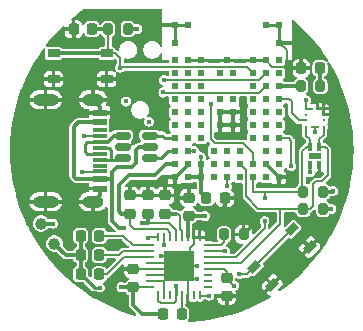
<source format=gtl>
G04 #@! TF.GenerationSoftware,KiCad,Pcbnew,8.0.6*
G04 #@! TF.CreationDate,2025-07-21T23:48:44+02:00*
G04 #@! TF.ProjectId,nRF5340,6e524635-3334-4302-9e6b-696361645f70,rev?*
G04 #@! TF.SameCoordinates,Original*
G04 #@! TF.FileFunction,Copper,L1,Top*
G04 #@! TF.FilePolarity,Positive*
%FSLAX46Y46*%
G04 Gerber Fmt 4.6, Leading zero omitted, Abs format (unit mm)*
G04 Created by KiCad (PCBNEW 8.0.6) date 2025-07-21 23:48:44*
%MOMM*%
%LPD*%
G01*
G04 APERTURE LIST*
G04 Aperture macros list*
%AMRoundRect*
0 Rectangle with rounded corners*
0 $1 Rounding radius*
0 $2 $3 $4 $5 $6 $7 $8 $9 X,Y pos of 4 corners*
0 Add a 4 corners polygon primitive as box body*
4,1,4,$2,$3,$4,$5,$6,$7,$8,$9,$2,$3,0*
0 Add four circle primitives for the rounded corners*
1,1,$1+$1,$2,$3*
1,1,$1+$1,$4,$5*
1,1,$1+$1,$6,$7*
1,1,$1+$1,$8,$9*
0 Add four rect primitives between the rounded corners*
20,1,$1+$1,$2,$3,$4,$5,0*
20,1,$1+$1,$4,$5,$6,$7,0*
20,1,$1+$1,$6,$7,$8,$9,0*
20,1,$1+$1,$8,$9,$2,$3,0*%
%AMRotRect*
0 Rectangle, with rotation*
0 The origin of the aperture is its center*
0 $1 length*
0 $2 width*
0 $3 Rotation angle, in degrees counterclockwise*
0 Add horizontal line*
21,1,$1,$2,0,0,$3*%
G04 Aperture macros list end*
G04 #@! TA.AperFunction,SMDPad,CuDef*
%ADD10RoundRect,0.200000X-0.200000X-0.275000X0.200000X-0.275000X0.200000X0.275000X-0.200000X0.275000X0*%
G04 #@! TD*
G04 #@! TA.AperFunction,SMDPad,CuDef*
%ADD11R,0.254000X0.279400*%
G04 #@! TD*
G04 #@! TA.AperFunction,SMDPad,CuDef*
%ADD12R,0.279400X0.254000*%
G04 #@! TD*
G04 #@! TA.AperFunction,SMDPad,CuDef*
%ADD13RoundRect,0.225000X0.250000X-0.225000X0.250000X0.225000X-0.250000X0.225000X-0.250000X-0.225000X0*%
G04 #@! TD*
G04 #@! TA.AperFunction,SMDPad,CuDef*
%ADD14RoundRect,0.225000X-0.225000X-0.250000X0.225000X-0.250000X0.225000X0.250000X-0.225000X0.250000X0*%
G04 #@! TD*
G04 #@! TA.AperFunction,SMDPad,CuDef*
%ADD15RoundRect,0.218750X0.218750X0.256250X-0.218750X0.256250X-0.218750X-0.256250X0.218750X-0.256250X0*%
G04 #@! TD*
G04 #@! TA.AperFunction,SMDPad,CuDef*
%ADD16R,0.990600X0.711200*%
G04 #@! TD*
G04 #@! TA.AperFunction,SMDPad,CuDef*
%ADD17RoundRect,0.200000X0.200000X0.275000X-0.200000X0.275000X-0.200000X-0.275000X0.200000X-0.275000X0*%
G04 #@! TD*
G04 #@! TA.AperFunction,SMDPad,CuDef*
%ADD18R,0.600000X0.600000*%
G04 #@! TD*
G04 #@! TA.AperFunction,SMDPad,CuDef*
%ADD19RoundRect,0.150000X-0.512500X-0.150000X0.512500X-0.150000X0.512500X0.150000X-0.512500X0.150000X0*%
G04 #@! TD*
G04 #@! TA.AperFunction,SMDPad,CuDef*
%ADD20RoundRect,0.225000X-0.250000X0.225000X-0.250000X-0.225000X0.250000X-0.225000X0.250000X0.225000X0*%
G04 #@! TD*
G04 #@! TA.AperFunction,SMDPad,CuDef*
%ADD21C,1.000000*%
G04 #@! TD*
G04 #@! TA.AperFunction,SMDPad,CuDef*
%ADD22RotRect,0.990600X0.711200X225.000000*%
G04 #@! TD*
G04 #@! TA.AperFunction,SMDPad,CuDef*
%ADD23R,0.254000X0.762000*%
G04 #@! TD*
G04 #@! TA.AperFunction,SMDPad,CuDef*
%ADD24R,0.762000X0.254000*%
G04 #@! TD*
G04 #@! TA.AperFunction,SMDPad,CuDef*
%ADD25R,2.606800X2.606800*%
G04 #@! TD*
G04 #@! TA.AperFunction,SMDPad,CuDef*
%ADD26R,1.150000X0.600000*%
G04 #@! TD*
G04 #@! TA.AperFunction,SMDPad,CuDef*
%ADD27R,1.150000X0.300000*%
G04 #@! TD*
G04 #@! TA.AperFunction,ComponentPad*
%ADD28O,1.800000X1.000000*%
G04 #@! TD*
G04 #@! TA.AperFunction,ComponentPad*
%ADD29O,2.200000X1.000000*%
G04 #@! TD*
G04 #@! TA.AperFunction,SMDPad,CuDef*
%ADD30R,0.304800X0.711200*%
G04 #@! TD*
G04 #@! TA.AperFunction,SMDPad,CuDef*
%ADD31R,1.092200X0.508000*%
G04 #@! TD*
G04 #@! TA.AperFunction,SMDPad,CuDef*
%ADD32RoundRect,0.218750X-0.218750X-0.256250X0.218750X-0.256250X0.218750X0.256250X-0.218750X0.256250X0*%
G04 #@! TD*
G04 #@! TA.AperFunction,SMDPad,CuDef*
%ADD33RoundRect,0.225000X0.225000X0.250000X-0.225000X0.250000X-0.225000X-0.250000X0.225000X-0.250000X0*%
G04 #@! TD*
G04 #@! TA.AperFunction,ViaPad*
%ADD34C,0.450000*%
G04 #@! TD*
G04 #@! TA.AperFunction,ViaPad*
%ADD35C,0.400000*%
G04 #@! TD*
G04 #@! TA.AperFunction,Conductor*
%ADD36C,0.300000*%
G04 #@! TD*
G04 #@! TA.AperFunction,Conductor*
%ADD37C,0.200000*%
G04 #@! TD*
G04 #@! TA.AperFunction,Conductor*
%ADD38C,0.250000*%
G04 #@! TD*
G04 #@! TA.AperFunction,Conductor*
%ADD39C,0.284000*%
G04 #@! TD*
G04 APERTURE END LIST*
D10*
X160425000Y-128725000D03*
X162075000Y-128725000D03*
D11*
X160649999Y-121762000D03*
X161150001Y-121762000D03*
X161650000Y-121762001D03*
X162150000Y-121762000D03*
D12*
X162162000Y-121249999D03*
X162162001Y-120750000D03*
D11*
X162150001Y-120238000D03*
X161649999Y-120238000D03*
X161150000Y-120237999D03*
X160650000Y-120238000D03*
D12*
X160638000Y-120750001D03*
X160637999Y-121250000D03*
D13*
X146000000Y-135375001D03*
X146000000Y-133824999D03*
D14*
X152224999Y-127825000D03*
X153775001Y-127825000D03*
D15*
X143162502Y-131000001D03*
X141587498Y-130999999D03*
D16*
X143775001Y-117724999D03*
X139274998Y-117724999D03*
X143775002Y-115575001D03*
X139274999Y-115575001D03*
D17*
X145550000Y-113525000D03*
X143900000Y-113525000D03*
D13*
X148725000Y-129150000D03*
X148725000Y-127600000D03*
D18*
X158349999Y-126049999D03*
X157250001Y-126050000D03*
X156150000Y-126049999D03*
X155050000Y-126050000D03*
X153949999Y-126050001D03*
X152850000Y-126050000D03*
X151749999Y-126050001D03*
X150650000Y-126050001D03*
X149549999Y-126050000D03*
X158350000Y-124950000D03*
X157250000Y-124950001D03*
X156150000Y-124950000D03*
X155050000Y-124950001D03*
X153950000Y-124950000D03*
X152849999Y-124950001D03*
X151750000Y-124950000D03*
X150650000Y-124949999D03*
X149550000Y-124950000D03*
X158349999Y-123850000D03*
X157250002Y-123850000D03*
X155050000Y-123850000D03*
X153949999Y-123850001D03*
X152850000Y-123850000D03*
X150650000Y-123850002D03*
X149549999Y-123850000D03*
X158350000Y-122750000D03*
X157250000Y-122750000D03*
X156150000Y-122750000D03*
X151750000Y-122750000D03*
X150650001Y-122750000D03*
X149550000Y-122750000D03*
X158350001Y-121650001D03*
X157250000Y-121650000D03*
X156150000Y-121650001D03*
X154500000Y-121650000D03*
X153400000Y-121650000D03*
X151750000Y-121650000D03*
X150650000Y-121650000D03*
X149549999Y-121650000D03*
X158350000Y-120550000D03*
X157250001Y-120550001D03*
X156150000Y-120550000D03*
X154499999Y-120550001D03*
X153400001Y-120549999D03*
X151750000Y-120550000D03*
X150649999Y-120549999D03*
X149550000Y-120550000D03*
X158350001Y-119450000D03*
X157250000Y-119450000D03*
X156150000Y-119450000D03*
X154500000Y-119450000D03*
X153400000Y-119450000D03*
X151750000Y-119449999D03*
X150650000Y-119450000D03*
X149549999Y-119449999D03*
X158350000Y-118350000D03*
X157249999Y-118350000D03*
X156150000Y-118350000D03*
X151750000Y-118350000D03*
X150650000Y-118350000D03*
X149550000Y-118350000D03*
X158350001Y-117250000D03*
X157250000Y-117249998D03*
X156150000Y-117250000D03*
X154500000Y-117250000D03*
X153400000Y-117250000D03*
X151750000Y-117250001D03*
X150649998Y-117250000D03*
X149550001Y-117250000D03*
X158350000Y-116150000D03*
X157250000Y-116150001D03*
X156150000Y-116150000D03*
X153950000Y-116150000D03*
X151750000Y-116150000D03*
X150650000Y-116149999D03*
X149550000Y-116150000D03*
X158350000Y-114650000D03*
X149549999Y-114650000D03*
X158350000Y-113150000D03*
X157250000Y-113150000D03*
X150650000Y-113150000D03*
X149550000Y-113150000D03*
D13*
X147250000Y-129150000D03*
X147250000Y-127600000D03*
D19*
X145137500Y-122525000D03*
X145137500Y-123475000D03*
X145137500Y-124425000D03*
X147412500Y-124425000D03*
X147412500Y-123475000D03*
X147412500Y-122525000D03*
D17*
X161875000Y-118350000D03*
X160225000Y-118350000D03*
D20*
X153925000Y-134575000D03*
X153925000Y-136125000D03*
D15*
X150137502Y-137625001D03*
X148562498Y-137624999D03*
D21*
X138225000Y-129975000D03*
D22*
X160974540Y-131969148D03*
X157792557Y-135151131D03*
X159454261Y-130448869D03*
X156272278Y-133630852D03*
D15*
X143137503Y-134288201D03*
X141562499Y-134288199D03*
D13*
X150750000Y-129325000D03*
X150750000Y-127775000D03*
D23*
X148150001Y-136000001D03*
X148650000Y-136000002D03*
X149149999Y-136000000D03*
X149650000Y-136000002D03*
X150150001Y-136000001D03*
X150650001Y-136000001D03*
X151150000Y-136000000D03*
X151649999Y-136000001D03*
D24*
X152325700Y-135324300D03*
X152325701Y-134824301D03*
X152325699Y-134324302D03*
X152325701Y-133824301D03*
X152325700Y-133324300D03*
X152325700Y-132824300D03*
X152325699Y-132324301D03*
X152325700Y-131824302D03*
D23*
X151649999Y-131148601D03*
X151150000Y-131148600D03*
X150650001Y-131148602D03*
X150150000Y-131148600D03*
X149649999Y-131148601D03*
X149149999Y-131148601D03*
X148650000Y-131148602D03*
X148150001Y-131148601D03*
D24*
X147474300Y-131824302D03*
X147474299Y-132324301D03*
X147474301Y-132824300D03*
X147474299Y-133324301D03*
X147474300Y-133824302D03*
X147474300Y-134324302D03*
X147474301Y-134824301D03*
X147474300Y-135324300D03*
D25*
X149900000Y-133574301D03*
D13*
X145750000Y-129150000D03*
X145750000Y-127600000D03*
D21*
X139350000Y-131675000D03*
D15*
X143137502Y-132625001D03*
X141562498Y-132624999D03*
D26*
X143187498Y-120615746D03*
X143187498Y-121415750D03*
D27*
X143187497Y-122565751D03*
X143187502Y-123565747D03*
X143187501Y-124065745D03*
X143187500Y-125065751D03*
D26*
X143187498Y-126215750D03*
X143187501Y-127015753D03*
D27*
X143187498Y-125565750D03*
X143187496Y-124565752D03*
X143187497Y-123065750D03*
X143187498Y-122065750D03*
D28*
X142612499Y-119495748D03*
D29*
X138612498Y-119495747D03*
D28*
X142612499Y-128135750D03*
D29*
X138612498Y-128135753D03*
D30*
X161775000Y-123499999D03*
X160974900Y-123499997D03*
X160974902Y-124998601D03*
X161775002Y-124998603D03*
D31*
X161374951Y-124249300D03*
D32*
X160262499Y-116825000D03*
X161837501Y-116825000D03*
D10*
X153725000Y-130900000D03*
X155375000Y-130900000D03*
X160425000Y-127275000D03*
X162075000Y-127275000D03*
D33*
X142525000Y-113525000D03*
X140975000Y-113525000D03*
D34*
X144925000Y-116775000D03*
X149550000Y-126850000D03*
D35*
X144350000Y-136325000D03*
D34*
X144700000Y-121150000D03*
D35*
X141525000Y-116825000D03*
D34*
X151450000Y-133575000D03*
X161775000Y-125675000D03*
X138600000Y-126950000D03*
X160000000Y-122725000D03*
X160225000Y-114625000D03*
D35*
X136975000Y-126250000D03*
D34*
X149925000Y-127775000D03*
X159850000Y-133850000D03*
D35*
X140075000Y-122250000D03*
X152275000Y-137400000D03*
D34*
X161625000Y-131325000D03*
D35*
X163525000Y-120725000D03*
X138600000Y-123775000D03*
D34*
X150975000Y-136900000D03*
X146500000Y-116000000D03*
X156025000Y-130300000D03*
X151847477Y-123707646D03*
X145175000Y-133825000D03*
X151450000Y-134675000D03*
D35*
X144825000Y-112475000D03*
D34*
X140975000Y-114425000D03*
X162150000Y-119775000D03*
X146012500Y-123137500D03*
D35*
X148275000Y-120300000D03*
D34*
X153925000Y-136925000D03*
D35*
X146950000Y-112550000D03*
D34*
X148850000Y-133824302D03*
X160275000Y-115825000D03*
X155700000Y-129075000D03*
X150812150Y-132662150D03*
X148350000Y-132700000D03*
X147250000Y-126850000D03*
D35*
X136925000Y-122125000D03*
X139750000Y-126200000D03*
D34*
X158325000Y-126625000D03*
X148725000Y-126800000D03*
X151650000Y-130475000D03*
D35*
X163575000Y-126350000D03*
D34*
X153400000Y-122350000D03*
X148025000Y-113125000D03*
D35*
X163550000Y-123550000D03*
D34*
X138600000Y-120725000D03*
D35*
X161725000Y-130300000D03*
X158450000Y-132650000D03*
D34*
X138425000Y-117725000D03*
D35*
X142550000Y-112450000D03*
D34*
X153750000Y-128675000D03*
X145750000Y-126875000D03*
X154500000Y-122400000D03*
D35*
X151750000Y-124325000D03*
D34*
X160975000Y-125625000D03*
X145025000Y-135375000D03*
X139250000Y-129975000D03*
X145437500Y-119637500D03*
X147375000Y-121350000D03*
X160650000Y-119550000D03*
X154575000Y-135225000D03*
X162925000Y-127250000D03*
X161400000Y-122200000D03*
X146375000Y-113525000D03*
X162800000Y-128725000D03*
X152100000Y-129325000D03*
D35*
X149600000Y-129200000D03*
X143225000Y-135400000D03*
X149625000Y-135300000D03*
X145200000Y-130350000D03*
X146750000Y-129900000D03*
X157150000Y-129750000D03*
X157175000Y-127850000D03*
X153824301Y-132324301D03*
X155000000Y-134275000D03*
X141825000Y-122600000D03*
X148650000Y-131825000D03*
X147250000Y-131175000D03*
X141700000Y-125575000D03*
X152475000Y-136100000D03*
X159400000Y-125125000D03*
D34*
X148625000Y-117850000D03*
X152600000Y-119850000D03*
X148575000Y-118875000D03*
X153950000Y-126825000D03*
X151200000Y-123850002D03*
D36*
X143775002Y-115575001D02*
X139274999Y-115575001D01*
D37*
X143900000Y-113525000D02*
X143900000Y-115450003D01*
X156150000Y-117250000D02*
X155625000Y-116725000D01*
D36*
X142525000Y-113525000D02*
X143900000Y-113525000D01*
D37*
X155625000Y-116725000D02*
X144975000Y-116725000D01*
X143775002Y-115575001D02*
X144500001Y-115575001D01*
X144975000Y-116725000D02*
X144925000Y-116775000D01*
X144925000Y-116000000D02*
X144925000Y-116775000D01*
X143900000Y-115450003D02*
X143775002Y-115575001D01*
X144500001Y-115575001D02*
X144925000Y-116000000D01*
D36*
X158350000Y-114650000D02*
X160200000Y-114650000D01*
D37*
X146000697Y-133824302D02*
X146000000Y-133824999D01*
X150650001Y-136000001D02*
X150650001Y-134324302D01*
D36*
X154500000Y-121650000D02*
X153400000Y-121650000D01*
D37*
X147474300Y-133824302D02*
X146000697Y-133824302D01*
D36*
X143187501Y-127015753D02*
X143187501Y-127560748D01*
D38*
X157250001Y-124950001D02*
X158349999Y-126049999D01*
D36*
X153400000Y-121650000D02*
X153400000Y-122350000D01*
D37*
X138612498Y-119495747D02*
X138612498Y-120712502D01*
D38*
X149549999Y-126050000D02*
X150650000Y-124949999D01*
D37*
X150825000Y-132050000D02*
X150825000Y-132649301D01*
D38*
X149550000Y-113150000D02*
X149550000Y-114649999D01*
D36*
X155975000Y-130300000D02*
X155375000Y-130900000D01*
X154500000Y-121650000D02*
X154500000Y-122400000D01*
X160974540Y-131969148D02*
X160980852Y-131969148D01*
D37*
X138612498Y-126962498D02*
X138600000Y-126950000D01*
X151150000Y-131148600D02*
X151150000Y-131725000D01*
D36*
X138612498Y-119495747D02*
X142612498Y-119495747D01*
X153925000Y-136125000D02*
X153925000Y-136925000D01*
D38*
X157250000Y-113150000D02*
X158350000Y-113150000D01*
D36*
X153400001Y-120549999D02*
X154499997Y-120549999D01*
X149550000Y-113150000D02*
X148050000Y-113150000D01*
X144590746Y-120615746D02*
X143187498Y-120615746D01*
D37*
X150650001Y-136000001D02*
X150650001Y-136575001D01*
X147474300Y-133824302D02*
X148850000Y-133824302D01*
X149649999Y-133824302D02*
X149900000Y-133574301D01*
D36*
X139274998Y-117724999D02*
X143775001Y-117724999D01*
D37*
X150812150Y-132662151D02*
X149900000Y-133574301D01*
D36*
X160200000Y-114650000D02*
X160225000Y-114625000D01*
D37*
X138612498Y-120712502D02*
X138600000Y-120725000D01*
D36*
X156025000Y-130300000D02*
X155975000Y-130300000D01*
X142612498Y-119495747D02*
X142612499Y-119495748D01*
X143187501Y-127560748D02*
X142612499Y-128135750D01*
X149549999Y-126050000D02*
X149549999Y-126849999D01*
D37*
X151649999Y-130475001D02*
X151650000Y-130475000D01*
D36*
X160262499Y-115837501D02*
X160275000Y-115825000D01*
D37*
X146012500Y-123137500D02*
X145675000Y-123475000D01*
D36*
X154499999Y-120550001D02*
X154499999Y-121649999D01*
X144700000Y-120625000D02*
X144600000Y-120625000D01*
D37*
X150650001Y-136575001D02*
X150975000Y-136900000D01*
D36*
X160980852Y-131969148D02*
X161625000Y-131325000D01*
D37*
X151450000Y-134675000D02*
X151000699Y-134675000D01*
X159025000Y-115325000D02*
X158350000Y-114650000D01*
X148350000Y-132700000D02*
X149025699Y-132700000D01*
D36*
X160262499Y-116825000D02*
X160262499Y-115837501D01*
D37*
X161775002Y-124998603D02*
X161775002Y-125674998D01*
X151450000Y-133575000D02*
X149900699Y-133575000D01*
D36*
X145750000Y-127600000D02*
X145750000Y-126875000D01*
X138612498Y-128135753D02*
X142612496Y-128135753D01*
X149549999Y-126849999D02*
X149550000Y-126850000D01*
D37*
X147474301Y-134824301D02*
X148650000Y-134824301D01*
D36*
X144700000Y-121150000D02*
X144700000Y-120625000D01*
X148050000Y-113150000D02*
X148025000Y-113125000D01*
X150750000Y-127775000D02*
X149925000Y-127775000D01*
X157792557Y-135151131D02*
X160974540Y-131969148D01*
D37*
X150812150Y-132662150D02*
X150812150Y-132662151D01*
X150812151Y-132662150D02*
X150812150Y-132662150D01*
D36*
X138425001Y-117724999D02*
X138425000Y-117725000D01*
D37*
X161649999Y-120238000D02*
X162150001Y-120238000D01*
D38*
X151749999Y-116149999D02*
X151750000Y-116150000D01*
X150650000Y-113150000D02*
X149550000Y-113150000D01*
D36*
X153400001Y-120549999D02*
X153400001Y-121649999D01*
X139274998Y-117724999D02*
X138425001Y-117724999D01*
D37*
X159025000Y-116475000D02*
X159025000Y-115325000D01*
D38*
X157250000Y-124950001D02*
X157250001Y-124950001D01*
D37*
X148650000Y-136000002D02*
X148650000Y-134824301D01*
D36*
X140975000Y-113525000D02*
X140975000Y-114425000D01*
D37*
X157799999Y-116700000D02*
X158800000Y-116700000D01*
D38*
X149550000Y-114649999D02*
X149549999Y-114650000D01*
D36*
X143187498Y-120615746D02*
X143187498Y-120070747D01*
D38*
X151750000Y-116150000D02*
X153950000Y-116150000D01*
D36*
X143187498Y-120070747D02*
X142612499Y-119495748D01*
D37*
X148650000Y-134824301D02*
X149900000Y-133574301D01*
X149650000Y-133324301D02*
X149900000Y-133574301D01*
X151649999Y-131148601D02*
X151149999Y-131148601D01*
D38*
X153950000Y-116150000D02*
X157249999Y-116150000D01*
D36*
X145175001Y-133824999D02*
X145175000Y-133825000D01*
X144600000Y-120625000D02*
X144590746Y-120615746D01*
D38*
X157249999Y-116150000D02*
X157250000Y-116150001D01*
D37*
X162150001Y-120238000D02*
X162150001Y-120738000D01*
X145675000Y-123475000D02*
X145137500Y-123475000D01*
D36*
X142612496Y-128135753D02*
X142612499Y-128135750D01*
D37*
X147474300Y-134324302D02*
X149149999Y-134324302D01*
X149900699Y-133575000D02*
X149900000Y-133574301D01*
X150825000Y-132649301D02*
X150812151Y-132662150D01*
X138612498Y-128135753D02*
X138612498Y-126962498D01*
X151649999Y-131148601D02*
X151649999Y-130475001D01*
X151000699Y-134675000D02*
X149900000Y-133574301D01*
D38*
X158350000Y-113150000D02*
X158350000Y-114650000D01*
D36*
X159484344Y-133484344D02*
X159459344Y-133484344D01*
D37*
X151150000Y-131725000D02*
X150825000Y-132050000D01*
D36*
X153400001Y-121649999D02*
X153400000Y-121650000D01*
X153775001Y-127825000D02*
X153775001Y-128649999D01*
D37*
X157250000Y-116150001D02*
X157799999Y-116700000D01*
D36*
X153775001Y-128649999D02*
X153750000Y-128675000D01*
D37*
X147474299Y-133324301D02*
X148875000Y-133324301D01*
D36*
X159850000Y-133850000D02*
X159484344Y-133484344D01*
X154499997Y-120549999D02*
X154499999Y-120550001D01*
D37*
X162150001Y-119775001D02*
X162150000Y-119775000D01*
D36*
X147250000Y-127600000D02*
X147250000Y-126850000D01*
D37*
X161775002Y-125674998D02*
X161775000Y-125675000D01*
D36*
X148725000Y-127600000D02*
X148725000Y-126800000D01*
D38*
X150650000Y-116149999D02*
X151749999Y-116149999D01*
D37*
X162150001Y-120238000D02*
X162150001Y-119775001D01*
X149149999Y-134324302D02*
X149900000Y-133574301D01*
X162150001Y-120738000D02*
X162162001Y-120750000D01*
X158800000Y-116700000D02*
X159025000Y-116475000D01*
D36*
X154499999Y-121649999D02*
X154500000Y-121650000D01*
X146000000Y-133824999D02*
X145175001Y-133824999D01*
D37*
X145750000Y-130075000D02*
X146125000Y-130450000D01*
D36*
X144800000Y-126725000D02*
X144800000Y-128950000D01*
D37*
X146125000Y-130450000D02*
X148859398Y-130450000D01*
D36*
X149550000Y-124950000D02*
X148825000Y-124950000D01*
X145000000Y-129150000D02*
X145750000Y-129150000D01*
X148825000Y-124950000D02*
X147875000Y-125900000D01*
X144800000Y-128950000D02*
X145000000Y-129150000D01*
D37*
X149149999Y-130740601D02*
X149149999Y-131148601D01*
X145750000Y-129400000D02*
X145750000Y-130075000D01*
D36*
X145625000Y-125900000D02*
X144800000Y-126725000D01*
X147875000Y-125900000D02*
X145625000Y-125900000D01*
D37*
X148859398Y-130450000D02*
X149149999Y-130740601D01*
X151750000Y-126050000D02*
X151749999Y-126050001D01*
D36*
X151749999Y-124950001D02*
X151750000Y-124950000D01*
X145025001Y-135375001D02*
X145025000Y-135375000D01*
D37*
X161400000Y-122200000D02*
X161400000Y-121762000D01*
X153925000Y-134050000D02*
X153925000Y-134575000D01*
X160974902Y-125624902D02*
X160975000Y-125625000D01*
X160650000Y-120238000D02*
X160650000Y-119550000D01*
D36*
X151749999Y-126050001D02*
X151749999Y-127350000D01*
X162075000Y-127275000D02*
X162900000Y-127275000D01*
X151749999Y-127350000D02*
X152224999Y-127825000D01*
X146000000Y-136850000D02*
X146774999Y-137624999D01*
X146774999Y-137624999D02*
X148562498Y-137624999D01*
X145550000Y-113525000D02*
X146375000Y-113525000D01*
X151749999Y-126050001D02*
X151749999Y-124950001D01*
D37*
X161149999Y-120238000D02*
X161150000Y-120237999D01*
D36*
X150650000Y-126050001D02*
X151749999Y-126050001D01*
X146000000Y-135375001D02*
X146000000Y-136850000D01*
X138225000Y-129975000D02*
X139250000Y-129975000D01*
D37*
X161649999Y-121762000D02*
X161650000Y-121762001D01*
X160650000Y-120238000D02*
X161149999Y-120238000D01*
D36*
X146000000Y-135375001D02*
X145025001Y-135375001D01*
D37*
X147474300Y-135324300D02*
X146050701Y-135324300D01*
X151750000Y-124325000D02*
X151750000Y-124950000D01*
X153925000Y-134575000D02*
X154575000Y-135225000D01*
D36*
X162900000Y-127275000D02*
X162925000Y-127250000D01*
D37*
X152325701Y-133824301D02*
X153699301Y-133824301D01*
X161150001Y-121762000D02*
X161649999Y-121762000D01*
D36*
X162075000Y-128725000D02*
X162800000Y-128725000D01*
D37*
X153699301Y-133824301D02*
X153925000Y-134050000D01*
X160974902Y-124998601D02*
X160974902Y-125624902D01*
D36*
X150750000Y-129325000D02*
X152100000Y-129325000D01*
X150650001Y-131148602D02*
X150650001Y-129424999D01*
X150650001Y-129424999D02*
X150750000Y-129325000D01*
D37*
X149850000Y-129175000D02*
X149975000Y-129300000D01*
D38*
X149650000Y-135325000D02*
X149625000Y-135300000D01*
X142750000Y-135400000D02*
X141638199Y-134288199D01*
D36*
X140299999Y-132624999D02*
X139350000Y-131675000D01*
D37*
X148150001Y-136000001D02*
X148150001Y-136500001D01*
X149600000Y-129200000D02*
X149625000Y-129175000D01*
D36*
X141587498Y-134263200D02*
X141562499Y-134288199D01*
D37*
X148150001Y-136500001D02*
X148350000Y-136700000D01*
D36*
X148775000Y-129200000D02*
X149600000Y-129200000D01*
D38*
X149650000Y-136000002D02*
X149650000Y-135325000D01*
D37*
X149625000Y-129175000D02*
X149850000Y-129175000D01*
D38*
X141638199Y-134288199D02*
X141562499Y-134288199D01*
D37*
X150150000Y-130625736D02*
X150150000Y-131148600D01*
D36*
X141587498Y-130999999D02*
X141587498Y-134263200D01*
D37*
X149975000Y-129300000D02*
X149975000Y-130450736D01*
D36*
X141562498Y-132624999D02*
X140299999Y-132624999D01*
D37*
X149462500Y-136700000D02*
X149650000Y-136512500D01*
X149650000Y-136512500D02*
X149650000Y-136000002D01*
X149975000Y-130450736D02*
X150150000Y-130625736D01*
D38*
X143225000Y-135400000D02*
X142750000Y-135400000D01*
D37*
X148350000Y-136700000D02*
X149462500Y-136700000D01*
D36*
X144625000Y-125175000D02*
X144200000Y-125600000D01*
X144200000Y-126375000D02*
X144200000Y-129725000D01*
X143187498Y-126215750D02*
X144084250Y-126215750D01*
X147250000Y-129150000D02*
X147250000Y-129900000D01*
D37*
X149050000Y-129950000D02*
X149649999Y-130549999D01*
D36*
X140975000Y-126000000D02*
X141190750Y-126215750D01*
X143187498Y-121415750D02*
X141334250Y-121415750D01*
X147250000Y-129900000D02*
X146750000Y-129900000D01*
X140975000Y-121775000D02*
X140975000Y-126000000D01*
D37*
X147250000Y-129900000D02*
X147300000Y-129950000D01*
X149649999Y-130549999D02*
X149649999Y-131148601D01*
D36*
X147412500Y-123475000D02*
X146525000Y-123475000D01*
X144825000Y-130350000D02*
X145200000Y-130350000D01*
X145925000Y-125175000D02*
X144625000Y-125175000D01*
X146250000Y-123750000D02*
X146250000Y-124850000D01*
D37*
X147250000Y-129300000D02*
X147250000Y-129150000D01*
D36*
X144200000Y-125600000D02*
X144200000Y-126375000D01*
X146525000Y-123475000D02*
X146250000Y-123750000D01*
D37*
X147300000Y-129950000D02*
X149050000Y-129950000D01*
D36*
X146250000Y-124850000D02*
X145925000Y-125175000D01*
X144200000Y-126100000D02*
X144200000Y-126375000D01*
X141190750Y-126215750D02*
X143187498Y-126215750D01*
X144200000Y-129725000D02*
X144825000Y-130350000D01*
X141334250Y-121415750D02*
X140975000Y-121775000D01*
X161837501Y-116825000D02*
X161837501Y-118312501D01*
X161837501Y-118312501D02*
X161875000Y-118350000D01*
D37*
X147474301Y-132824300D02*
X145250700Y-132824300D01*
X145250700Y-132824300D02*
X143786799Y-134288201D01*
X143786799Y-134288201D02*
X143137503Y-134288201D01*
X153425698Y-131824302D02*
X153725000Y-131525000D01*
X152325700Y-131824302D02*
X153425698Y-131824302D01*
X153725000Y-131525000D02*
X153725000Y-130900000D01*
X157150000Y-130375000D02*
X154700700Y-132824300D01*
X157150000Y-127275000D02*
X157175000Y-127300000D01*
X157175000Y-127300000D02*
X157175000Y-127850000D01*
X156150000Y-127275000D02*
X160425000Y-127275000D01*
X157150000Y-129750000D02*
X157150000Y-130375000D01*
X160649999Y-122524999D02*
X160974900Y-122849900D01*
X156150000Y-126049999D02*
X156150000Y-127275000D01*
X160350000Y-127200000D02*
X160350000Y-123850000D01*
X160350000Y-123850000D02*
X160700003Y-123499997D01*
X160700003Y-123499997D02*
X160974900Y-123499997D01*
X154700700Y-132824300D02*
X152325700Y-132824300D01*
X160974900Y-122849900D02*
X160974900Y-123499997D01*
X160649999Y-121762000D02*
X160649999Y-122524999D01*
X156272278Y-133630852D02*
X159454261Y-130448869D01*
X155000000Y-134275000D02*
X155628130Y-134275000D01*
X152325699Y-132324301D02*
X153824301Y-132324301D01*
X155628130Y-134275000D02*
X156272278Y-133630852D01*
X153825000Y-132325000D02*
X153824301Y-132324301D01*
X141825000Y-122600000D02*
X143153248Y-122600000D01*
X148650000Y-131148602D02*
X148650000Y-131825000D01*
X143153248Y-122600000D02*
X143187497Y-122565751D01*
X150137502Y-137625001D02*
X150137502Y-136012500D01*
X150137502Y-136012500D02*
X150150001Y-136000001D01*
X141700000Y-125575000D02*
X143178248Y-125575000D01*
X143178248Y-125575000D02*
X143187498Y-125565750D01*
X147276399Y-131148601D02*
X147250000Y-131175000D01*
X148150001Y-131148601D02*
X147276399Y-131148601D01*
X162150000Y-122450000D02*
X161775000Y-122825000D01*
X158475000Y-129975000D02*
X158475000Y-128725000D01*
X162475000Y-125900000D02*
X162475000Y-123700000D01*
X161975000Y-126400000D02*
X162475000Y-125900000D01*
X155050000Y-124950001D02*
X155575000Y-125475001D01*
X156625000Y-128725000D02*
X160425000Y-128725000D01*
X160425000Y-128725000D02*
X160975000Y-128725000D01*
X162274999Y-123499999D02*
X161775000Y-123499999D01*
X161250000Y-128450000D02*
X161250000Y-126625000D01*
X161475000Y-126400000D02*
X161975000Y-126400000D01*
X162475000Y-123700000D02*
X162274999Y-123499999D01*
X158475000Y-128725000D02*
X160425000Y-128725000D01*
X161775000Y-122825000D02*
X161775000Y-123499999D01*
X161250000Y-126625000D02*
X161475000Y-126400000D01*
X155575000Y-125475001D02*
X155575000Y-127675000D01*
X155575000Y-127675000D02*
X156625000Y-128725000D01*
X152325700Y-133324300D02*
X155125700Y-133324300D01*
X155125700Y-133324300D02*
X158475000Y-129975000D01*
X160975000Y-128725000D02*
X161250000Y-128450000D01*
X162150000Y-121762000D02*
X162150000Y-122450000D01*
X159175000Y-122750000D02*
X159400000Y-122975000D01*
X159400000Y-122975000D02*
X159400000Y-125125000D01*
X152475000Y-136100000D02*
X151749998Y-136100000D01*
X158350000Y-122750000D02*
X159175000Y-122750000D01*
X157250000Y-117249998D02*
X156699998Y-117800000D01*
X148675000Y-117800000D02*
X148625000Y-117850000D01*
X156699998Y-117800000D02*
X148675000Y-117800000D01*
X152600000Y-122850000D02*
X152600000Y-119850000D01*
X156150000Y-124000000D02*
X155325000Y-123175000D01*
X155325000Y-123175000D02*
X152925000Y-123175000D01*
X152925000Y-123175000D02*
X152600000Y-122850000D01*
X156150000Y-124950000D02*
X156150000Y-124000000D01*
X156699999Y-118900000D02*
X157249999Y-118350000D01*
X148575000Y-118875000D02*
X148600000Y-118900000D01*
X148600000Y-118900000D02*
X156699999Y-118900000D01*
D39*
X143187502Y-123565747D02*
X143940747Y-123565747D01*
X143187496Y-124565752D02*
X143196744Y-124575000D01*
X144125000Y-123750000D02*
X144125000Y-124500000D01*
X145112500Y-124575000D02*
X145187500Y-124500000D01*
X143940747Y-123565747D02*
X144125000Y-123750000D01*
X143196744Y-124575000D02*
X145112500Y-124575000D01*
X143187497Y-123065750D02*
X143784250Y-123065750D01*
X142115745Y-124065745D02*
X143187501Y-124065745D01*
X141925000Y-123875000D02*
X142115745Y-124065745D01*
X143187497Y-123065750D02*
X142134250Y-123065750D01*
X142134250Y-123065750D02*
X141925000Y-123275000D01*
X144375000Y-122475000D02*
X145062500Y-122475000D01*
X141925000Y-123275000D02*
X141925000Y-123875000D01*
X143784250Y-123065750D02*
X144375000Y-122475000D01*
D37*
X153949999Y-126050001D02*
X153949999Y-126824999D01*
X153949999Y-126824999D02*
X153950000Y-126825000D01*
X151200000Y-123850002D02*
X150650000Y-123850002D01*
D36*
X158350000Y-118350000D02*
X160225000Y-118350000D01*
D39*
X148400000Y-124425000D02*
X148975000Y-123850000D01*
X147412500Y-124425000D02*
X148400000Y-124425000D01*
X148975000Y-123850000D02*
X149549999Y-123850000D01*
X148700000Y-122750000D02*
X149550000Y-122750000D01*
X147412500Y-122525000D02*
X148475000Y-122525000D01*
X148475000Y-122525000D02*
X148700000Y-122750000D01*
D37*
X159425000Y-120650000D02*
X159425000Y-119625000D01*
X159250000Y-119450000D02*
X158350001Y-119450000D01*
X160025000Y-121250000D02*
X159425000Y-120650000D01*
X159425000Y-119625000D02*
X159250000Y-119450000D01*
X160637999Y-121250000D02*
X160025000Y-121250000D01*
X147474299Y-132324301D02*
X145150699Y-132324301D01*
X145150699Y-132324301D02*
X144849999Y-132625001D01*
X144849999Y-132625001D02*
X143137502Y-132625001D01*
X145175001Y-131000001D02*
X143162502Y-131000001D01*
X145999302Y-131824302D02*
X145175001Y-131000001D01*
X147474300Y-131824302D02*
X145999302Y-131824302D01*
G04 #@! TA.AperFunction,Conductor*
G36*
X159563157Y-112718379D02*
G01*
X159596524Y-112737144D01*
X159858540Y-112960927D01*
X159862392Y-112964395D01*
X160411169Y-113485165D01*
X160414834Y-113488830D01*
X160935604Y-114037607D01*
X160939072Y-114041459D01*
X161430399Y-114616729D01*
X161433661Y-114620757D01*
X161894218Y-115220966D01*
X161897247Y-115225134D01*
X162111246Y-115536504D01*
X162325777Y-115848650D01*
X162328599Y-115852997D01*
X162517010Y-116160455D01*
X162531294Y-116219949D01*
X162507879Y-116276477D01*
X162455710Y-116308447D01*
X162394713Y-116303646D01*
X162362598Y-116282188D01*
X162305752Y-116225342D01*
X162256075Y-116200030D01*
X162187424Y-116165050D01*
X162187421Y-116165049D01*
X162158415Y-116160455D01*
X162089250Y-116149500D01*
X162089247Y-116149500D01*
X161585755Y-116149500D01*
X161585752Y-116149500D01*
X161487581Y-116165049D01*
X161487577Y-116165050D01*
X161369251Y-116225341D01*
X161275342Y-116319250D01*
X161215051Y-116437576D01*
X161215050Y-116437580D01*
X161199501Y-116535751D01*
X161199501Y-117114248D01*
X161215050Y-117212419D01*
X161215051Y-117212423D01*
X161238431Y-117258308D01*
X161275343Y-117330751D01*
X161369250Y-117424658D01*
X161432947Y-117457113D01*
X161476211Y-117500377D01*
X161487001Y-117545322D01*
X161487001Y-117660631D01*
X161468094Y-117718822D01*
X161442029Y-117741086D01*
X161442962Y-117742370D01*
X161436660Y-117746948D01*
X161346949Y-117836659D01*
X161289354Y-117949695D01*
X161274500Y-118043477D01*
X161274500Y-118656520D01*
X161274501Y-118656523D01*
X161289352Y-118750299D01*
X161289354Y-118750304D01*
X161346950Y-118863342D01*
X161436658Y-118953050D01*
X161549696Y-119010646D01*
X161643481Y-119025500D01*
X162106518Y-119025499D01*
X162106520Y-119025499D01*
X162106521Y-119025498D01*
X162153411Y-119018072D01*
X162200299Y-119010647D01*
X162200299Y-119010646D01*
X162200304Y-119010646D01*
X162313342Y-118953050D01*
X162403050Y-118863342D01*
X162460646Y-118750304D01*
X162475500Y-118656519D01*
X162475499Y-118043482D01*
X162465941Y-117983127D01*
X162460647Y-117949700D01*
X162460646Y-117949698D01*
X162460646Y-117949696D01*
X162403050Y-117836658D01*
X162313342Y-117746950D01*
X162297474Y-117738865D01*
X162242055Y-117710627D01*
X162198791Y-117667362D01*
X162188001Y-117622418D01*
X162188001Y-117545322D01*
X162206908Y-117487131D01*
X162242054Y-117457113D01*
X162305752Y-117424658D01*
X162399659Y-117330751D01*
X162459952Y-117212420D01*
X162474295Y-117121860D01*
X162475501Y-117114248D01*
X162475501Y-116535751D01*
X162458733Y-116429885D01*
X162462465Y-116429293D01*
X162462126Y-116384509D01*
X162497713Y-116334737D01*
X162555758Y-116315389D01*
X162614091Y-116333854D01*
X162640919Y-116362656D01*
X162723889Y-116498050D01*
X162726463Y-116502508D01*
X162744514Y-116535754D01*
X163087461Y-117167386D01*
X163089814Y-117172004D01*
X163329494Y-117674501D01*
X163413202Y-117849999D01*
X163415515Y-117854847D01*
X163417623Y-117859583D01*
X163707139Y-118558540D01*
X163708996Y-118563378D01*
X163961528Y-119276505D01*
X163963130Y-119281434D01*
X164177999Y-120006819D01*
X164179341Y-120011826D01*
X164355956Y-120747480D01*
X164357033Y-120752550D01*
X164494898Y-121496403D01*
X164495709Y-121501522D01*
X164594457Y-122251588D01*
X164594999Y-122256743D01*
X164654356Y-123010958D01*
X164654627Y-123016133D01*
X164674432Y-123772408D01*
X164674432Y-123777592D01*
X164654627Y-124533866D01*
X164654356Y-124539041D01*
X164594999Y-125293256D01*
X164594457Y-125298411D01*
X164495709Y-126048477D01*
X164494898Y-126053596D01*
X164357033Y-126797449D01*
X164355956Y-126802519D01*
X164179341Y-127538173D01*
X164177999Y-127543180D01*
X163963130Y-128268565D01*
X163961528Y-128273494D01*
X163708996Y-128986621D01*
X163707139Y-128991459D01*
X163417623Y-129690416D01*
X163415515Y-129695152D01*
X163089814Y-130377995D01*
X163087461Y-130382613D01*
X162726467Y-131047484D01*
X162723875Y-131051972D01*
X162328599Y-131697002D01*
X162325777Y-131701349D01*
X161897256Y-132324853D01*
X161894209Y-132329046D01*
X161433661Y-132929242D01*
X161430399Y-132933270D01*
X160939072Y-133508540D01*
X160935604Y-133512392D01*
X160414834Y-134061169D01*
X160411169Y-134064834D01*
X159862392Y-134585604D01*
X159858540Y-134589072D01*
X159283270Y-135080399D01*
X159279242Y-135083661D01*
X158679046Y-135544209D01*
X158674853Y-135547256D01*
X158439520Y-135708995D01*
X158380854Y-135726372D01*
X158323178Y-135705948D01*
X158288523Y-135655523D01*
X158290125Y-135594359D01*
X158313442Y-135557402D01*
X158638041Y-135232803D01*
X158638042Y-135232801D01*
X158653718Y-135213011D01*
X158653719Y-135213009D01*
X158694233Y-135108432D01*
X158694235Y-135108426D01*
X158694235Y-134996269D01*
X158694234Y-134996266D01*
X158653718Y-134891684D01*
X158638040Y-134871890D01*
X158638037Y-134871887D01*
X158460984Y-134694835D01*
X157336261Y-135819558D01*
X157513309Y-135996605D01*
X157513325Y-135996619D01*
X157533105Y-136012289D01*
X157533114Y-136012294D01*
X157627803Y-136048978D01*
X157675234Y-136087630D01*
X157690887Y-136146779D01*
X157668784Y-136203832D01*
X157643766Y-136225703D01*
X157401972Y-136373875D01*
X157397484Y-136376467D01*
X156732613Y-136737461D01*
X156727995Y-136739814D01*
X156045152Y-137065515D01*
X156040416Y-137067623D01*
X155341459Y-137357139D01*
X155336621Y-137358996D01*
X154623494Y-137611528D01*
X154618565Y-137613130D01*
X153893180Y-137827999D01*
X153888173Y-137829341D01*
X153152519Y-138005956D01*
X153147449Y-138007033D01*
X152403596Y-138144898D01*
X152398477Y-138145709D01*
X151648411Y-138244457D01*
X151643256Y-138244999D01*
X150889041Y-138304356D01*
X150883866Y-138304627D01*
X150764215Y-138307761D01*
X150705549Y-138290384D01*
X150668302Y-138241843D01*
X150666700Y-138180678D01*
X150691620Y-138138791D01*
X150699660Y-138130752D01*
X150759953Y-138012421D01*
X150775502Y-137914247D01*
X150775502Y-137335755D01*
X150775501Y-137335750D01*
X150764091Y-137263709D01*
X150759953Y-137237581D01*
X150699660Y-137119250D01*
X150605753Y-137025343D01*
X150559389Y-137001719D01*
X150492056Y-136967410D01*
X150448792Y-136924145D01*
X150438002Y-136879201D01*
X150438002Y-136779999D01*
X150456909Y-136721808D01*
X150506409Y-136685844D01*
X150520367Y-136683633D01*
X150523001Y-136680999D01*
X150523001Y-135972001D01*
X150541908Y-135913810D01*
X150591408Y-135877846D01*
X150622001Y-135873001D01*
X150678001Y-135873001D01*
X150736192Y-135891908D01*
X150772156Y-135941408D01*
X150777001Y-135972001D01*
X150777001Y-136680999D01*
X150777002Y-136681000D01*
X150821791Y-136681000D01*
X150821792Y-136680999D01*
X150846875Y-136678091D01*
X150949478Y-136632787D01*
X150971770Y-136610496D01*
X151026287Y-136582719D01*
X151041774Y-136581500D01*
X151296747Y-136581500D01*
X151296748Y-136581500D01*
X151355231Y-136569867D01*
X151355233Y-136569865D01*
X151362110Y-136567017D01*
X151423106Y-136562215D01*
X151437883Y-136567016D01*
X151444766Y-136569866D01*
X151444768Y-136569868D01*
X151474826Y-136575846D01*
X151503240Y-136581499D01*
X151503245Y-136581499D01*
X151503251Y-136581501D01*
X151503252Y-136581501D01*
X151796746Y-136581501D01*
X151796747Y-136581501D01*
X151855230Y-136569868D01*
X151921551Y-136525553D01*
X151965866Y-136459232D01*
X151965866Y-136459231D01*
X151971283Y-136451125D01*
X151972909Y-136452211D01*
X152004616Y-136415089D01*
X152056343Y-136400500D01*
X152168101Y-136400500D01*
X152226292Y-136419407D01*
X152235007Y-136426850D01*
X152236654Y-136428046D01*
X152236658Y-136428050D01*
X152349696Y-136485646D01*
X152475000Y-136505492D01*
X152600304Y-136485646D01*
X152713342Y-136428050D01*
X152803050Y-136338342D01*
X152835324Y-136275001D01*
X153150000Y-136275001D01*
X153150000Y-136391104D01*
X153160132Y-136475468D01*
X153213077Y-136609729D01*
X153300276Y-136724717D01*
X153300282Y-136724723D01*
X153415270Y-136811922D01*
X153549531Y-136864867D01*
X153633895Y-136874999D01*
X153633900Y-136875000D01*
X153774999Y-136875000D01*
X153775000Y-136874999D01*
X153775000Y-136275001D01*
X154075000Y-136275001D01*
X154075000Y-136874999D01*
X154075001Y-136875000D01*
X154216100Y-136875000D01*
X154216104Y-136874999D01*
X154300468Y-136864867D01*
X154434729Y-136811922D01*
X154549717Y-136724723D01*
X154549723Y-136724717D01*
X154636922Y-136609729D01*
X154689867Y-136475468D01*
X154699999Y-136391104D01*
X154700000Y-136391100D01*
X154700000Y-136275001D01*
X154699999Y-136275000D01*
X154075001Y-136275000D01*
X154075000Y-136275001D01*
X153775000Y-136275001D01*
X153774999Y-136275000D01*
X153150001Y-136275000D01*
X153150000Y-136275001D01*
X152835324Y-136275001D01*
X152860646Y-136225304D01*
X152880492Y-136100000D01*
X152868238Y-136022632D01*
X152877809Y-135962202D01*
X152921073Y-135918938D01*
X152968373Y-135908175D01*
X153053358Y-135910198D01*
X153111080Y-135930485D01*
X153123577Y-135948576D01*
X153150001Y-135975000D01*
X154699999Y-135975000D01*
X154700000Y-135974999D01*
X154700000Y-135858899D01*
X154699999Y-135858895D01*
X154689867Y-135774529D01*
X154680015Y-135749546D01*
X154676256Y-135688476D01*
X154709110Y-135636860D01*
X154727159Y-135625021D01*
X154828220Y-135573528D01*
X154923528Y-135478220D01*
X154984719Y-135358126D01*
X155005804Y-135225000D01*
X155000868Y-135193835D01*
X156890879Y-135193835D01*
X156890879Y-135305995D01*
X156931395Y-135410577D01*
X156947073Y-135430371D01*
X156947076Y-135430374D01*
X157124128Y-135607425D01*
X157580423Y-135151130D01*
X157222911Y-134793618D01*
X156947081Y-135069449D01*
X156947071Y-135069460D01*
X156931395Y-135089250D01*
X156931394Y-135089252D01*
X156890880Y-135193829D01*
X156890879Y-135193835D01*
X155000868Y-135193835D01*
X154984719Y-135091874D01*
X154975866Y-135074500D01*
X154936004Y-134996266D01*
X154923528Y-134971780D01*
X154828220Y-134876472D01*
X154828217Y-134876470D01*
X154708129Y-134815282D01*
X154708128Y-134815281D01*
X154684010Y-134811461D01*
X154629494Y-134783682D01*
X154601718Y-134729164D01*
X154600500Y-134713680D01*
X154600500Y-134680260D01*
X154619407Y-134622069D01*
X154668907Y-134586105D01*
X154730093Y-134586105D01*
X154757689Y-134600166D01*
X154761657Y-134603049D01*
X154761658Y-134603050D01*
X154874696Y-134660646D01*
X155000000Y-134680492D01*
X155125304Y-134660646D01*
X155238342Y-134603050D01*
X155238348Y-134603043D01*
X155244647Y-134598469D01*
X155245748Y-134599985D01*
X155282060Y-134581484D01*
X157435043Y-134581484D01*
X157792556Y-134938997D01*
X158248851Y-134482702D01*
X158071804Y-134305656D01*
X158071788Y-134305642D01*
X158052008Y-134289972D01*
X158051999Y-134289967D01*
X157947424Y-134249454D01*
X157947419Y-134249453D01*
X157835261Y-134249453D01*
X157835255Y-134249454D01*
X157730676Y-134289969D01*
X157710879Y-134305650D01*
X157710875Y-134305653D01*
X157435043Y-134581484D01*
X155282060Y-134581484D01*
X155291412Y-134576719D01*
X155306899Y-134575500D01*
X155667693Y-134575500D01*
X155667693Y-134575499D01*
X155744119Y-134555021D01*
X155812641Y-134515460D01*
X155868590Y-134459511D01*
X155924781Y-134403319D01*
X155979294Y-134375542D01*
X156039726Y-134385113D01*
X156049785Y-134391008D01*
X156095263Y-134421396D01*
X156110824Y-134424491D01*
X156173495Y-134436957D01*
X156251727Y-134421396D01*
X156301306Y-134388268D01*
X157029694Y-133659880D01*
X157062822Y-133610301D01*
X157078383Y-133532069D01*
X157062822Y-133453838D01*
X157032434Y-133408358D01*
X157015826Y-133349469D01*
X157037004Y-133292066D01*
X157044738Y-133283361D01*
X157690524Y-132637575D01*
X160518244Y-132637575D01*
X160695292Y-132814622D01*
X160695308Y-132814636D01*
X160715088Y-132830306D01*
X160715097Y-132830311D01*
X160819672Y-132870824D01*
X160819678Y-132870826D01*
X160931836Y-132870826D01*
X160931841Y-132870824D01*
X161036420Y-132830309D01*
X161056217Y-132814628D01*
X161056221Y-132814625D01*
X161820015Y-132050829D01*
X161820025Y-132050818D01*
X161835701Y-132031028D01*
X161835702Y-132031026D01*
X161876216Y-131926449D01*
X161876218Y-131926443D01*
X161876218Y-131814286D01*
X161876217Y-131814283D01*
X161835701Y-131709701D01*
X161820023Y-131689907D01*
X161820020Y-131689904D01*
X161642967Y-131512852D01*
X160518244Y-132637575D01*
X157690524Y-132637575D01*
X158316247Y-132011852D01*
X160072862Y-132011852D01*
X160072862Y-132124012D01*
X160113378Y-132228594D01*
X160129056Y-132248388D01*
X160129059Y-132248391D01*
X160306111Y-132425442D01*
X160762406Y-131969147D01*
X160404894Y-131611635D01*
X160129064Y-131887466D01*
X160129054Y-131887477D01*
X160113378Y-131907267D01*
X160113377Y-131907269D01*
X160072863Y-132011846D01*
X160072862Y-132011852D01*
X158316247Y-132011852D01*
X158928598Y-131399501D01*
X160617026Y-131399501D01*
X160974539Y-131757014D01*
X161430834Y-131300719D01*
X161253787Y-131123673D01*
X161253771Y-131123659D01*
X161233991Y-131107989D01*
X161233982Y-131107984D01*
X161129407Y-131067471D01*
X161129402Y-131067470D01*
X161017244Y-131067470D01*
X161017238Y-131067471D01*
X160912659Y-131107986D01*
X160892862Y-131123667D01*
X160892858Y-131123670D01*
X160617026Y-131399501D01*
X158928598Y-131399501D01*
X159106764Y-131221335D01*
X159161279Y-131193560D01*
X159221711Y-131203131D01*
X159231767Y-131209025D01*
X159277247Y-131239413D01*
X159355478Y-131254974D01*
X159433710Y-131239413D01*
X159483289Y-131206285D01*
X160211677Y-130477897D01*
X160244805Y-130428318D01*
X160260366Y-130350086D01*
X160258369Y-130340048D01*
X160244805Y-130271855D01*
X160211679Y-130222278D01*
X160211677Y-130222275D01*
X159680855Y-129691453D01*
X159668393Y-129683126D01*
X159631274Y-129658324D01*
X159553044Y-129642764D01*
X159474812Y-129658324D01*
X159474811Y-129658324D01*
X159425233Y-129691452D01*
X158915556Y-130201129D01*
X158861039Y-130228906D01*
X158800607Y-130219335D01*
X158757342Y-130176070D01*
X158747771Y-130115638D01*
X158754091Y-130093232D01*
X158755017Y-130090994D01*
X158755021Y-130090989D01*
X158775500Y-130014562D01*
X158775500Y-129124500D01*
X158794407Y-129066309D01*
X158843907Y-129030345D01*
X158874500Y-129025500D01*
X159738992Y-129025500D01*
X159797183Y-129044407D01*
X159833147Y-129093907D01*
X159836773Y-129109013D01*
X159839352Y-129125300D01*
X159839354Y-129125304D01*
X159896950Y-129238342D01*
X159986658Y-129328050D01*
X160099696Y-129385646D01*
X160193481Y-129400500D01*
X160656518Y-129400499D01*
X160656520Y-129400499D01*
X160656521Y-129400498D01*
X160703411Y-129393072D01*
X160750299Y-129385647D01*
X160750299Y-129385646D01*
X160750304Y-129385646D01*
X160863342Y-129328050D01*
X160953050Y-129238342D01*
X161010646Y-129125304D01*
X161016923Y-129085670D01*
X161044700Y-129031155D01*
X161085124Y-129007817D01*
X161084994Y-129007504D01*
X161087379Y-129006515D01*
X161089085Y-129005531D01*
X161090989Y-129005021D01*
X161159511Y-128965460D01*
X161198319Y-128926652D01*
X161215461Y-128909511D01*
X161280440Y-128844531D01*
X161305497Y-128819473D01*
X161360012Y-128791696D01*
X161420444Y-128801267D01*
X161463709Y-128844531D01*
X161474500Y-128889476D01*
X161474500Y-129031520D01*
X161474501Y-129031523D01*
X161489352Y-129125299D01*
X161489354Y-129125304D01*
X161546950Y-129238342D01*
X161636658Y-129328050D01*
X161749696Y-129385646D01*
X161843481Y-129400500D01*
X162306518Y-129400499D01*
X162306520Y-129400499D01*
X162306521Y-129400498D01*
X162353411Y-129393072D01*
X162400299Y-129385647D01*
X162400299Y-129385646D01*
X162400304Y-129385646D01*
X162513342Y-129328050D01*
X162603050Y-129238342D01*
X162624017Y-129197190D01*
X162667280Y-129153927D01*
X162727712Y-129144355D01*
X162727713Y-129144355D01*
X162799999Y-129155804D01*
X162800000Y-129155804D01*
X162933126Y-129134719D01*
X163053220Y-129073528D01*
X163148528Y-128978220D01*
X163209719Y-128858126D01*
X163230804Y-128725000D01*
X163209719Y-128591874D01*
X163148528Y-128471780D01*
X163053220Y-128376472D01*
X163053217Y-128376470D01*
X162933129Y-128315282D01*
X162933127Y-128315281D01*
X162800000Y-128294196D01*
X162799998Y-128294196D01*
X162727712Y-128305644D01*
X162667280Y-128296072D01*
X162624017Y-128252808D01*
X162603050Y-128211658D01*
X162513342Y-128121950D01*
X162447120Y-128088208D01*
X162403857Y-128044945D01*
X162394286Y-127984513D01*
X162422064Y-127929996D01*
X162447117Y-127911793D01*
X162513342Y-127878050D01*
X162603050Y-127788342D01*
X162649053Y-127698055D01*
X162692316Y-127654793D01*
X162752748Y-127645222D01*
X162782205Y-127654793D01*
X162791869Y-127659717D01*
X162791870Y-127659717D01*
X162791874Y-127659719D01*
X162925000Y-127680804D01*
X163058126Y-127659719D01*
X163178220Y-127598528D01*
X163273528Y-127503220D01*
X163334719Y-127383126D01*
X163355804Y-127250000D01*
X163334719Y-127116874D01*
X163273528Y-126996780D01*
X163178220Y-126901472D01*
X163178217Y-126901470D01*
X163058129Y-126840282D01*
X163058127Y-126840281D01*
X162925000Y-126819196D01*
X162791872Y-126840281D01*
X162761980Y-126855512D01*
X162701548Y-126865083D01*
X162647032Y-126837305D01*
X162628827Y-126812248D01*
X162622592Y-126800011D01*
X162603050Y-126761658D01*
X162513342Y-126671950D01*
X162400304Y-126614354D01*
X162392896Y-126611947D01*
X162393920Y-126608793D01*
X162352361Y-126587619D01*
X162324582Y-126533103D01*
X162334152Y-126472671D01*
X162352357Y-126447613D01*
X162715460Y-126084511D01*
X162734783Y-126051043D01*
X162755020Y-126015992D01*
X162755020Y-126015990D01*
X162755022Y-126015988D01*
X162775500Y-125939562D01*
X162775500Y-125860438D01*
X162775500Y-123660438D01*
X162755021Y-123584011D01*
X162724323Y-123530841D01*
X162715460Y-123515489D01*
X162659512Y-123459540D01*
X162459511Y-123259540D01*
X162459510Y-123259539D01*
X162459507Y-123259537D01*
X162443854Y-123250500D01*
X162390988Y-123219978D01*
X162390984Y-123219976D01*
X162314563Y-123199499D01*
X162314561Y-123199499D01*
X162224036Y-123199499D01*
X162165845Y-123180592D01*
X162129881Y-123131092D01*
X162126939Y-123119815D01*
X162118166Y-123075716D01*
X162116267Y-123066168D01*
X162098334Y-123039329D01*
X162081726Y-122980441D01*
X162102904Y-122923037D01*
X162110638Y-122914332D01*
X162390460Y-122634511D01*
X162400108Y-122617800D01*
X162430021Y-122565989D01*
X162450500Y-122489562D01*
X162450500Y-122032961D01*
X162463661Y-121989575D01*
X162462134Y-121988943D01*
X162465863Y-121979935D01*
X162465867Y-121979931D01*
X162477500Y-121921448D01*
X162477500Y-121602552D01*
X162477499Y-121602543D01*
X162465916Y-121544317D01*
X162473106Y-121483555D01*
X162480699Y-121469998D01*
X162490567Y-121455230D01*
X162502200Y-121396747D01*
X162502200Y-121141772D01*
X162521107Y-121083581D01*
X162531198Y-121071767D01*
X162553487Y-121049478D01*
X162598791Y-120946872D01*
X162601700Y-120921797D01*
X162601701Y-120921795D01*
X162601701Y-120877001D01*
X162601700Y-120877000D01*
X162134001Y-120877000D01*
X162075810Y-120858093D01*
X162039846Y-120808593D01*
X162035001Y-120778000D01*
X162035001Y-120704339D01*
X162024220Y-120683180D01*
X162023001Y-120667693D01*
X162023001Y-120365001D01*
X162289001Y-120365001D01*
X162289001Y-120622999D01*
X162289002Y-120623000D01*
X162601699Y-120623000D01*
X162601700Y-120622999D01*
X162601700Y-120578210D01*
X162601699Y-120578208D01*
X162598791Y-120553125D01*
X162579917Y-120510380D01*
X162574278Y-120455093D01*
X162573233Y-120454972D01*
X162573782Y-120450233D01*
X162573709Y-120449511D01*
X162574009Y-120448276D01*
X162577000Y-120422497D01*
X162577001Y-120422495D01*
X162577001Y-120365001D01*
X162577000Y-120365000D01*
X162289002Y-120365000D01*
X162289001Y-120365001D01*
X162023001Y-120365001D01*
X162023000Y-120365000D01*
X161621999Y-120365000D01*
X161563808Y-120346093D01*
X161527844Y-120296593D01*
X161522999Y-120266000D01*
X161522999Y-119798301D01*
X161776999Y-119798301D01*
X161776999Y-120110999D01*
X161777000Y-120111000D01*
X162023000Y-120111000D01*
X162023001Y-120110999D01*
X162023001Y-119798301D01*
X162277001Y-119798301D01*
X162277001Y-120110999D01*
X162277002Y-120111000D01*
X162576999Y-120111000D01*
X162577000Y-120110999D01*
X162577000Y-120053510D01*
X162576999Y-120053508D01*
X162574091Y-120028425D01*
X162528787Y-119925822D01*
X162449478Y-119846513D01*
X162346873Y-119801209D01*
X162321798Y-119798300D01*
X162277002Y-119798300D01*
X162277001Y-119798301D01*
X162023001Y-119798301D01*
X162023001Y-119798299D01*
X161978213Y-119798300D01*
X161978208Y-119798301D01*
X161953126Y-119801209D01*
X161939985Y-119807012D01*
X161879115Y-119813218D01*
X161860012Y-119807011D01*
X161846874Y-119801210D01*
X161846871Y-119801209D01*
X161821796Y-119798300D01*
X161777000Y-119798300D01*
X161776999Y-119798301D01*
X161522999Y-119798301D01*
X161522999Y-119798299D01*
X161478211Y-119798300D01*
X161478206Y-119798301D01*
X161453124Y-119801209D01*
X161350521Y-119846513D01*
X161328232Y-119868803D01*
X161273715Y-119896580D01*
X161258228Y-119897799D01*
X161111891Y-119897799D01*
X161053700Y-119878892D01*
X161017736Y-119829392D01*
X161017736Y-119768206D01*
X161023681Y-119753854D01*
X161032876Y-119735808D01*
X161059719Y-119683126D01*
X161080804Y-119550000D01*
X161059719Y-119416874D01*
X160998528Y-119296780D01*
X160903220Y-119201472D01*
X160903217Y-119201470D01*
X160783129Y-119140282D01*
X160783127Y-119140281D01*
X160709266Y-119128582D01*
X160654750Y-119100804D01*
X160626973Y-119046287D01*
X160636545Y-118985855D01*
X160658927Y-118959654D01*
X160657832Y-118958559D01*
X160663339Y-118953051D01*
X160663342Y-118953050D01*
X160753050Y-118863342D01*
X160810646Y-118750304D01*
X160825500Y-118656519D01*
X160825499Y-118043482D01*
X160815941Y-117983127D01*
X160810647Y-117949700D01*
X160810646Y-117949698D01*
X160810646Y-117949696D01*
X160753050Y-117836658D01*
X160663342Y-117746950D01*
X160660045Y-117745270D01*
X160657432Y-117742656D01*
X160657040Y-117742372D01*
X160657085Y-117742309D01*
X160616784Y-117702005D01*
X160607214Y-117641572D01*
X160634994Y-117587057D01*
X160668678Y-117564965D01*
X160737882Y-117537675D01*
X160851508Y-117451509D01*
X160937674Y-117337882D01*
X160937675Y-117337882D01*
X160989987Y-117205227D01*
X160999998Y-117121866D01*
X160999999Y-117121860D01*
X160999999Y-116975001D01*
X160999998Y-116975000D01*
X159525000Y-116975000D01*
X159524999Y-116975001D01*
X159524999Y-117121866D01*
X159535010Y-117205227D01*
X159587322Y-117337882D01*
X159673489Y-117451509D01*
X159787114Y-117537674D01*
X159814042Y-117548293D01*
X159861239Y-117587229D01*
X159876537Y-117646471D01*
X159854092Y-117703391D01*
X159822671Y-117728600D01*
X159786658Y-117746950D01*
X159696949Y-117836659D01*
X159641519Y-117945446D01*
X159598254Y-117988710D01*
X159553310Y-117999500D01*
X158910313Y-117999500D01*
X158852122Y-117980593D01*
X158827998Y-117955502D01*
X158794554Y-117905451D01*
X158794552Y-117905448D01*
X158759932Y-117882315D01*
X158722053Y-117834264D01*
X158719651Y-117773126D01*
X158753645Y-117722253D01*
X158759925Y-117717689D01*
X158794553Y-117694552D01*
X158838868Y-117628231D01*
X158850501Y-117569748D01*
X158850501Y-116930252D01*
X158838868Y-116871769D01*
X158794553Y-116805448D01*
X158759930Y-116782313D01*
X158722052Y-116734263D01*
X158719651Y-116673125D01*
X158753645Y-116622252D01*
X158759914Y-116617696D01*
X158794552Y-116594552D01*
X158838867Y-116528231D01*
X158838886Y-116528133D01*
X159524999Y-116528133D01*
X159524999Y-116674999D01*
X159525000Y-116675000D01*
X160112498Y-116675000D01*
X160112499Y-116674999D01*
X160112499Y-116050001D01*
X160412499Y-116050001D01*
X160412499Y-116674999D01*
X160412500Y-116675000D01*
X160999998Y-116675000D01*
X160999999Y-116674999D01*
X160999999Y-116528139D01*
X160999998Y-116528133D01*
X160989987Y-116444772D01*
X160937675Y-116312117D01*
X160851508Y-116198490D01*
X160737881Y-116112324D01*
X160737881Y-116112323D01*
X160605226Y-116060011D01*
X160521865Y-116050000D01*
X160412500Y-116050000D01*
X160412499Y-116050001D01*
X160112499Y-116050001D01*
X160112498Y-116050000D01*
X160003132Y-116050000D01*
X159919771Y-116060011D01*
X159787116Y-116112323D01*
X159787116Y-116112324D01*
X159673489Y-116198490D01*
X159587323Y-116312117D01*
X159587322Y-116312117D01*
X159535010Y-116444772D01*
X159524999Y-116528133D01*
X158838886Y-116528133D01*
X158850500Y-116469748D01*
X158850500Y-116222912D01*
X158869407Y-116164721D01*
X158918907Y-116128757D01*
X158949726Y-116123912D01*
X159425000Y-116125000D01*
X159425000Y-115125000D01*
X159433230Y-112812070D01*
X159452344Y-112753949D01*
X159501972Y-112718161D01*
X159563157Y-112718379D01*
G37*
G04 #@! TD.AperFunction*
G04 #@! TA.AperFunction,Conductor*
G36*
X138513247Y-115128126D02*
G01*
X138561788Y-115165374D01*
X138579199Y-115221447D01*
X138579199Y-115950347D01*
X138579200Y-115950359D01*
X138590831Y-116008828D01*
X138590833Y-116008834D01*
X138625029Y-116060011D01*
X138635147Y-116075153D01*
X138701468Y-116119468D01*
X138745930Y-116128312D01*
X138759940Y-116131099D01*
X138759945Y-116131099D01*
X138759951Y-116131101D01*
X138759952Y-116131101D01*
X139790046Y-116131101D01*
X139790047Y-116131101D01*
X139848530Y-116119468D01*
X139914851Y-116075153D01*
X139959166Y-116008832D01*
X139959890Y-116005187D01*
X139989785Y-115951804D01*
X140045350Y-115926187D01*
X140056988Y-115925501D01*
X142993013Y-115925501D01*
X143051204Y-115944408D01*
X143087168Y-115993908D01*
X143090108Y-116005178D01*
X143090834Y-116008828D01*
X143090835Y-116008831D01*
X143090836Y-116008834D01*
X143125032Y-116060011D01*
X143135150Y-116075153D01*
X143201471Y-116119468D01*
X143245933Y-116128312D01*
X143259943Y-116131099D01*
X143259948Y-116131099D01*
X143259954Y-116131101D01*
X143259955Y-116131101D01*
X144290049Y-116131101D01*
X144290050Y-116131101D01*
X144348533Y-116119468D01*
X144414854Y-116075153D01*
X144414858Y-116075146D01*
X144421748Y-116068258D01*
X144423676Y-116070186D01*
X144460075Y-116041475D01*
X144521213Y-116039055D01*
X144564371Y-116064342D01*
X144595504Y-116095475D01*
X144623281Y-116149992D01*
X144624500Y-116165479D01*
X144624500Y-116432744D01*
X144605593Y-116490935D01*
X144595505Y-116502746D01*
X144576474Y-116521777D01*
X144576470Y-116521782D01*
X144515282Y-116641870D01*
X144515281Y-116641872D01*
X144496392Y-116761133D01*
X144494196Y-116775000D01*
X144515281Y-116908126D01*
X144547748Y-116971846D01*
X144557319Y-117032278D01*
X144529542Y-117086795D01*
X144475025Y-117114572D01*
X144419551Y-117107356D01*
X144340175Y-117072309D01*
X144340173Y-117072308D01*
X144315098Y-117069399D01*
X143925002Y-117069399D01*
X143925001Y-117069400D01*
X143925001Y-117574998D01*
X143925002Y-117574999D01*
X144570299Y-117574999D01*
X144570300Y-117574998D01*
X144570300Y-117324609D01*
X144570299Y-117324607D01*
X144567391Y-117299524D01*
X144567390Y-117299522D01*
X144549193Y-117258308D01*
X144542985Y-117197439D01*
X144573742Y-117144545D01*
X144629714Y-117119832D01*
X144684700Y-117130111D01*
X144791874Y-117184719D01*
X144925000Y-117205804D01*
X145058126Y-117184719D01*
X145178220Y-117123528D01*
X145229440Y-117072308D01*
X145247253Y-117054496D01*
X145301770Y-117026719D01*
X145317256Y-117025500D01*
X148950501Y-117025500D01*
X149008692Y-117044407D01*
X149044656Y-117093907D01*
X149049501Y-117124500D01*
X149049501Y-117400500D01*
X149030594Y-117458691D01*
X148981094Y-117494655D01*
X148950501Y-117499500D01*
X148898118Y-117499500D01*
X148853173Y-117488710D01*
X148758126Y-117440281D01*
X148625000Y-117419196D01*
X148491872Y-117440281D01*
X148491870Y-117440282D01*
X148371782Y-117501470D01*
X148276470Y-117596782D01*
X148215282Y-117716870D01*
X148215281Y-117716872D01*
X148194196Y-117849999D01*
X148194196Y-117850000D01*
X148215281Y-117983127D01*
X148215282Y-117983129D01*
X148275086Y-118100500D01*
X148276472Y-118103220D01*
X148371780Y-118198528D01*
X148371782Y-118198529D01*
X148491870Y-118259717D01*
X148491871Y-118259717D01*
X148491874Y-118259719D01*
X148498444Y-118260759D01*
X148552958Y-118288535D01*
X148580737Y-118343051D01*
X148571167Y-118403483D01*
X148527903Y-118446749D01*
X148498444Y-118456321D01*
X148441872Y-118465281D01*
X148441870Y-118465282D01*
X148321782Y-118526470D01*
X148226470Y-118621782D01*
X148165282Y-118741870D01*
X148165281Y-118741872D01*
X148144196Y-118874999D01*
X148144196Y-118875000D01*
X148165281Y-119008127D01*
X148165282Y-119008129D01*
X148221874Y-119119196D01*
X148226472Y-119128220D01*
X148321780Y-119223528D01*
X148321782Y-119223529D01*
X148384897Y-119255688D01*
X148441874Y-119284719D01*
X148575000Y-119305804D01*
X148708126Y-119284719D01*
X148828220Y-119223528D01*
X148828226Y-119223521D01*
X148833893Y-119219406D01*
X148892082Y-119200500D01*
X148950499Y-119200500D01*
X149008690Y-119219407D01*
X149044654Y-119268907D01*
X149049499Y-119299500D01*
X149049499Y-119769745D01*
X149049500Y-119769757D01*
X149061131Y-119828226D01*
X149061133Y-119828232D01*
X149102885Y-119890717D01*
X149105447Y-119894551D01*
X149140068Y-119917684D01*
X149177947Y-119965734D01*
X149180349Y-120026872D01*
X149146356Y-120077745D01*
X149140070Y-120082313D01*
X149105450Y-120105446D01*
X149105445Y-120105451D01*
X149061134Y-120171766D01*
X149061132Y-120171772D01*
X149049501Y-120230241D01*
X149049500Y-120230253D01*
X149049500Y-120869746D01*
X149049501Y-120869758D01*
X149061132Y-120928227D01*
X149061134Y-120928233D01*
X149099478Y-120985618D01*
X149105448Y-120994552D01*
X149105451Y-120994554D01*
X149140067Y-121017684D01*
X149177946Y-121065734D01*
X149180348Y-121126872D01*
X149146355Y-121177746D01*
X149140069Y-121182313D01*
X149105449Y-121205446D01*
X149105444Y-121205451D01*
X149061133Y-121271766D01*
X149061131Y-121271772D01*
X149049500Y-121330241D01*
X149049499Y-121330253D01*
X149049499Y-121969746D01*
X149049500Y-121969758D01*
X149061131Y-122028227D01*
X149061133Y-122028233D01*
X149099600Y-122085802D01*
X149105447Y-122094552D01*
X149105450Y-122094554D01*
X149140067Y-122117685D01*
X149177946Y-122165736D01*
X149180348Y-122226874D01*
X149146354Y-122277747D01*
X149140068Y-122282314D01*
X149105452Y-122305444D01*
X149105445Y-122305451D01*
X149066657Y-122363502D01*
X149018607Y-122401381D01*
X148984342Y-122407500D01*
X148882876Y-122407500D01*
X148824685Y-122388593D01*
X148812873Y-122378504D01*
X148685299Y-122250931D01*
X148607205Y-122205843D01*
X148607202Y-122205842D01*
X148607200Y-122205841D01*
X148520091Y-122182500D01*
X148520089Y-122182500D01*
X148269188Y-122182500D01*
X148210997Y-122163593D01*
X148199190Y-122153509D01*
X148131483Y-122085802D01*
X148131481Y-122085801D01*
X148026395Y-122034427D01*
X147999139Y-122030456D01*
X147958260Y-122024500D01*
X146866740Y-122024500D01*
X146832673Y-122029463D01*
X146798604Y-122034427D01*
X146693518Y-122085801D01*
X146610801Y-122168518D01*
X146559427Y-122273604D01*
X146556441Y-122294101D01*
X146549500Y-122341740D01*
X146549500Y-122708260D01*
X146553329Y-122734540D01*
X146559427Y-122776395D01*
X146598145Y-122855593D01*
X146610802Y-122881483D01*
X146659317Y-122929998D01*
X146687093Y-122984513D01*
X146677522Y-123044945D01*
X146659318Y-123070000D01*
X146633813Y-123095505D01*
X146579299Y-123123281D01*
X146563812Y-123124500D01*
X146478856Y-123124500D01*
X146389712Y-123148386D01*
X146333930Y-123180592D01*
X146309785Y-123194532D01*
X146251788Y-123252529D01*
X146197271Y-123280306D01*
X146136839Y-123270734D01*
X146093575Y-123227469D01*
X146088340Y-123215222D01*
X146052345Y-123112352D01*
X145971792Y-123003209D01*
X145971789Y-123003206D01*
X145970503Y-123002257D01*
X145969656Y-123001073D01*
X145966545Y-122997962D01*
X145967061Y-122997445D01*
X145934911Y-122952489D01*
X145935369Y-122891305D01*
X145940348Y-122879129D01*
X145990573Y-122776393D01*
X146000500Y-122708260D01*
X146000500Y-122341740D01*
X145990573Y-122273607D01*
X145990349Y-122273149D01*
X145961606Y-122214354D01*
X145939198Y-122168517D01*
X145856483Y-122085802D01*
X145856481Y-122085801D01*
X145751395Y-122034427D01*
X145724139Y-122030456D01*
X145683260Y-122024500D01*
X144591740Y-122024500D01*
X144557673Y-122029463D01*
X144523604Y-122034427D01*
X144418518Y-122085801D01*
X144418517Y-122085801D01*
X144418517Y-122085802D01*
X144400813Y-122103505D01*
X144346299Y-122131281D01*
X144330812Y-122132500D01*
X144329909Y-122132500D01*
X144242800Y-122155841D01*
X144242798Y-122155841D01*
X144242794Y-122155843D01*
X144164702Y-122200930D01*
X144132001Y-122233631D01*
X144077484Y-122261407D01*
X144017052Y-122251835D01*
X143973788Y-122208570D01*
X143962998Y-122163626D01*
X143962998Y-121896003D01*
X143962996Y-121895991D01*
X143950877Y-121835065D01*
X143950877Y-121796435D01*
X143962996Y-121735508D01*
X143962998Y-121735496D01*
X143962998Y-121180518D01*
X143981905Y-121122327D01*
X143991994Y-121110514D01*
X144014284Y-121088223D01*
X144059588Y-120985618D01*
X144062497Y-120960543D01*
X144062498Y-120960536D01*
X144062498Y-120765747D01*
X144062497Y-120765746D01*
X142312500Y-120765746D01*
X142312499Y-120765747D01*
X142312499Y-120963396D01*
X142311749Y-120963396D01*
X142296982Y-121019721D01*
X142249640Y-121058482D01*
X142213664Y-121065250D01*
X141288106Y-121065250D01*
X141219694Y-121083581D01*
X141198962Y-121089136D01*
X141119038Y-121135280D01*
X140694529Y-121559789D01*
X140682185Y-121581170D01*
X140669840Y-121602553D01*
X140660398Y-121618907D01*
X140648386Y-121639711D01*
X140648386Y-121639712D01*
X140624500Y-121728856D01*
X140624500Y-126046144D01*
X140628089Y-126059541D01*
X140637897Y-126096144D01*
X140647495Y-126131963D01*
X140648386Y-126135288D01*
X140694530Y-126215212D01*
X140975538Y-126496220D01*
X141024519Y-126524499D01*
X141055462Y-126542364D01*
X141144606Y-126566250D01*
X141144607Y-126566250D01*
X141236894Y-126566250D01*
X142213666Y-126566250D01*
X142271857Y-126585157D01*
X142307821Y-126634657D01*
X142312131Y-126668101D01*
X142312501Y-126668101D01*
X142312501Y-126865752D01*
X142312502Y-126865753D01*
X143238501Y-126865753D01*
X143296692Y-126884660D01*
X143332656Y-126934160D01*
X143337501Y-126964753D01*
X143337501Y-127066753D01*
X143318594Y-127124944D01*
X143269094Y-127160908D01*
X143238501Y-127165753D01*
X142312503Y-127165753D01*
X142312502Y-127165754D01*
X142312502Y-127236750D01*
X142293595Y-127294941D01*
X142244095Y-127330905D01*
X142213502Y-127335750D01*
X142133703Y-127335750D01*
X141979149Y-127366492D01*
X141833558Y-127426798D01*
X141833549Y-127426802D01*
X141702529Y-127514349D01*
X141702525Y-127514352D01*
X141591101Y-127625776D01*
X141591098Y-127625780D01*
X141503551Y-127756800D01*
X141503547Y-127756809D01*
X141443241Y-127902401D01*
X141426663Y-127985749D01*
X141426664Y-127985750D01*
X141952691Y-127985750D01*
X141932943Y-128019954D01*
X141912499Y-128096254D01*
X141912499Y-128175246D01*
X141932943Y-128251546D01*
X141952691Y-128285750D01*
X141426663Y-128285750D01*
X141443241Y-128369098D01*
X141503547Y-128514690D01*
X141503551Y-128514699D01*
X141591098Y-128645719D01*
X141591101Y-128645723D01*
X141702525Y-128757147D01*
X141702529Y-128757150D01*
X141833549Y-128844697D01*
X141833558Y-128844701D01*
X141979149Y-128905007D01*
X142133703Y-128935749D01*
X142133707Y-128935750D01*
X142462498Y-128935750D01*
X142462499Y-128935749D01*
X142462499Y-128435750D01*
X142762499Y-128435750D01*
X142762499Y-128935749D01*
X142762500Y-128935750D01*
X143091291Y-128935750D01*
X143091294Y-128935749D01*
X143245848Y-128905007D01*
X143391439Y-128844701D01*
X143391448Y-128844697D01*
X143522468Y-128757150D01*
X143522472Y-128757147D01*
X143633896Y-128645723D01*
X143633897Y-128645721D01*
X143668184Y-128594409D01*
X143716234Y-128556529D01*
X143777373Y-128554127D01*
X143828246Y-128588120D01*
X143849424Y-128645523D01*
X143849500Y-128649410D01*
X143849500Y-129771144D01*
X143856644Y-129797805D01*
X143866486Y-129834538D01*
X143868452Y-129841872D01*
X143873386Y-129860288D01*
X143919530Y-129940212D01*
X144509817Y-130530499D01*
X144537593Y-130585014D01*
X144528022Y-130645446D01*
X144484757Y-130688711D01*
X144439812Y-130699501D01*
X143883274Y-130699501D01*
X143825083Y-130680594D01*
X143789119Y-130631094D01*
X143785493Y-130615992D01*
X143784953Y-130612581D01*
X143724660Y-130494250D01*
X143630753Y-130400343D01*
X143603895Y-130386658D01*
X143512425Y-130340051D01*
X143512422Y-130340050D01*
X143483827Y-130335521D01*
X143414251Y-130324501D01*
X143414248Y-130324501D01*
X142910756Y-130324501D01*
X142910753Y-130324501D01*
X142812582Y-130340050D01*
X142812578Y-130340051D01*
X142694252Y-130400342D01*
X142600343Y-130494251D01*
X142540052Y-130612577D01*
X142540051Y-130612581D01*
X142524502Y-130710752D01*
X142524502Y-131289249D01*
X142540051Y-131387420D01*
X142540052Y-131387424D01*
X142572253Y-131450621D01*
X142600344Y-131505752D01*
X142694251Y-131599659D01*
X142812582Y-131659952D01*
X142879132Y-131670492D01*
X142910753Y-131675501D01*
X142910756Y-131675501D01*
X143414251Y-131675501D01*
X143442805Y-131670977D01*
X143512422Y-131659952D01*
X143630753Y-131599659D01*
X143724660Y-131505752D01*
X143784953Y-131387421D01*
X143785493Y-131384009D01*
X143787061Y-131380932D01*
X143787360Y-131380013D01*
X143787505Y-131380060D01*
X143813273Y-131329495D01*
X143867791Y-131301719D01*
X143883274Y-131300501D01*
X145009522Y-131300501D01*
X145067713Y-131319408D01*
X145079526Y-131329497D01*
X145604826Y-131854797D01*
X145632603Y-131909314D01*
X145623032Y-131969746D01*
X145579767Y-132013011D01*
X145534822Y-132023801D01*
X145111134Y-132023801D01*
X145034711Y-132044279D01*
X144999234Y-132064762D01*
X144999233Y-132064761D01*
X144966187Y-132083841D01*
X144754523Y-132295505D01*
X144700007Y-132323282D01*
X144684520Y-132324501D01*
X143858274Y-132324501D01*
X143800083Y-132305594D01*
X143764119Y-132256094D01*
X143760493Y-132240992D01*
X143759953Y-132237581D01*
X143699660Y-132119250D01*
X143605753Y-132025343D01*
X143567051Y-132005623D01*
X143487425Y-131965051D01*
X143487422Y-131965050D01*
X143462878Y-131961162D01*
X143389251Y-131949501D01*
X143389248Y-131949501D01*
X142885756Y-131949501D01*
X142885753Y-131949501D01*
X142787582Y-131965050D01*
X142787578Y-131965051D01*
X142669252Y-132025342D01*
X142575343Y-132119251D01*
X142515052Y-132237577D01*
X142515051Y-132237581D01*
X142499502Y-132335752D01*
X142499502Y-132914249D01*
X142515051Y-133012420D01*
X142515052Y-133012424D01*
X142523780Y-133029553D01*
X142575344Y-133130752D01*
X142669251Y-133224659D01*
X142787582Y-133284952D01*
X142854132Y-133295492D01*
X142885753Y-133300501D01*
X142885756Y-133300501D01*
X143389251Y-133300501D01*
X143417805Y-133295977D01*
X143487422Y-133284952D01*
X143605753Y-133224659D01*
X143699660Y-133130752D01*
X143759953Y-133012421D01*
X143760493Y-133009009D01*
X143762061Y-133005932D01*
X143762360Y-133005013D01*
X143762505Y-133005060D01*
X143788273Y-132954495D01*
X143842791Y-132926719D01*
X143858274Y-132925501D01*
X144485520Y-132925501D01*
X144543711Y-132944408D01*
X144579675Y-132993908D01*
X144579675Y-133055094D01*
X144555523Y-133094505D01*
X143852284Y-133797742D01*
X143797768Y-133825519D01*
X143737336Y-133815948D01*
X143702188Y-133785929D01*
X143699662Y-133782453D01*
X143699661Y-133782450D01*
X143605754Y-133688543D01*
X143549500Y-133659880D01*
X143487426Y-133628251D01*
X143487423Y-133628250D01*
X143462879Y-133624362D01*
X143389252Y-133612701D01*
X143389249Y-133612701D01*
X142885757Y-133612701D01*
X142885754Y-133612701D01*
X142787583Y-133628250D01*
X142787579Y-133628251D01*
X142669253Y-133688542D01*
X142575344Y-133782451D01*
X142515053Y-133900777D01*
X142515052Y-133900781D01*
X142499503Y-133998952D01*
X142499503Y-134450168D01*
X142480596Y-134508359D01*
X142431096Y-134544323D01*
X142369910Y-134544323D01*
X142330499Y-134520172D01*
X142229495Y-134419168D01*
X142201718Y-134364651D01*
X142200499Y-134349164D01*
X142200499Y-133998950D01*
X142195490Y-133967329D01*
X142184950Y-133900779D01*
X142124657Y-133782448D01*
X142030750Y-133688541D01*
X142030747Y-133688539D01*
X142030745Y-133688538D01*
X141992053Y-133668823D01*
X141948788Y-133625559D01*
X141937998Y-133580614D01*
X141937998Y-133332583D01*
X141956905Y-133274392D01*
X141992053Y-133244374D01*
X142008746Y-133235867D01*
X142030749Y-133224657D01*
X142124656Y-133130750D01*
X142184949Y-133012419D01*
X142198715Y-132925501D01*
X142200498Y-132914247D01*
X142200498Y-132335750D01*
X142190796Y-132274499D01*
X142184949Y-132237579D01*
X142124656Y-132119248D01*
X142030749Y-132025341D01*
X142030746Y-132025339D01*
X141992052Y-132005623D01*
X141948788Y-131962358D01*
X141937998Y-131917414D01*
X141937998Y-131720321D01*
X141956905Y-131662130D01*
X141992051Y-131632112D01*
X142055749Y-131599657D01*
X142149656Y-131505750D01*
X142209949Y-131387419D01*
X142223715Y-131300501D01*
X142225498Y-131289247D01*
X142225498Y-130710750D01*
X142218299Y-130665298D01*
X142209949Y-130612579D01*
X142149656Y-130494248D01*
X142055749Y-130400341D01*
X142028895Y-130386658D01*
X141937421Y-130340049D01*
X141937418Y-130340048D01*
X141908835Y-130335521D01*
X141839247Y-130324499D01*
X141839244Y-130324499D01*
X141335752Y-130324499D01*
X141335749Y-130324499D01*
X141237578Y-130340048D01*
X141237574Y-130340049D01*
X141119248Y-130400340D01*
X141025339Y-130494249D01*
X140965048Y-130612575D01*
X140965047Y-130612579D01*
X140949498Y-130710750D01*
X140949498Y-131289247D01*
X140954275Y-131319408D01*
X140963881Y-131380060D01*
X140965047Y-131387418D01*
X140965048Y-131387422D01*
X140997250Y-131450621D01*
X141025340Y-131505750D01*
X141119247Y-131599657D01*
X141182944Y-131632112D01*
X141226208Y-131675376D01*
X141236998Y-131720321D01*
X141236998Y-131891938D01*
X141218091Y-131950129D01*
X141182944Y-131980147D01*
X141094248Y-132025340D01*
X141000339Y-132119249D01*
X140948777Y-132220445D01*
X140905512Y-132263709D01*
X140860568Y-132274499D01*
X140486189Y-132274499D01*
X140427998Y-132255592D01*
X140416185Y-132245503D01*
X140066995Y-131896313D01*
X140039218Y-131841796D01*
X140038721Y-131814379D01*
X140055645Y-131675000D01*
X140054867Y-131668596D01*
X140048767Y-131618353D01*
X140035140Y-131506128D01*
X139974818Y-131347070D01*
X139878183Y-131207071D01*
X139877564Y-131206523D01*
X139750853Y-131094267D01*
X139750852Y-131094266D01*
X139600225Y-131015210D01*
X139600224Y-131015209D01*
X139600223Y-131015209D01*
X139435058Y-130974500D01*
X139435056Y-130974500D01*
X139264944Y-130974500D01*
X139264941Y-130974500D01*
X139099776Y-131015209D01*
X138949146Y-131094267D01*
X138821818Y-131207069D01*
X138821816Y-131207072D01*
X138765093Y-131289249D01*
X138725182Y-131347070D01*
X138665004Y-131505750D01*
X138664860Y-131506129D01*
X138645133Y-131668596D01*
X138644355Y-131675000D01*
X138664860Y-131843872D01*
X138725182Y-132002930D01*
X138821817Y-132142929D01*
X138949148Y-132255734D01*
X139099775Y-132334790D01*
X139264944Y-132375500D01*
X139264947Y-132375500D01*
X139435053Y-132375500D01*
X139435056Y-132375500D01*
X139476923Y-132365180D01*
X139537943Y-132369611D01*
X139570617Y-132391299D01*
X140084786Y-132905468D01*
X140084788Y-132905469D01*
X140084789Y-132905470D01*
X140084790Y-132905471D01*
X140164707Y-132951611D01*
X140164705Y-132951611D01*
X140164709Y-132951612D01*
X140164711Y-132951613D01*
X140253855Y-132975499D01*
X140860568Y-132975499D01*
X140918759Y-132994406D01*
X140948777Y-133029553D01*
X141000340Y-133130750D01*
X141094247Y-133224657D01*
X141182945Y-133269851D01*
X141226208Y-133313114D01*
X141236998Y-133358059D01*
X141236998Y-133555138D01*
X141218091Y-133613329D01*
X141182944Y-133643347D01*
X141094249Y-133688540D01*
X141000340Y-133782449D01*
X140940049Y-133900775D01*
X140940048Y-133900779D01*
X140924499Y-133998950D01*
X140924499Y-134577447D01*
X140940048Y-134675618D01*
X140940049Y-134675622D01*
X140995109Y-134783682D01*
X141000341Y-134793950D01*
X141094248Y-134887857D01*
X141212579Y-134948150D01*
X141276974Y-134958349D01*
X141310750Y-134963699D01*
X141812364Y-134963699D01*
X141870555Y-134982606D01*
X141882368Y-134992695D01*
X142550138Y-135660465D01*
X142550140Y-135660466D01*
X142550141Y-135660467D01*
X142550142Y-135660468D01*
X142624357Y-135703316D01*
X142624355Y-135703316D01*
X142624359Y-135703317D01*
X142624361Y-135703318D01*
X142707147Y-135725500D01*
X142957886Y-135725500D01*
X143002831Y-135736290D01*
X143099696Y-135785646D01*
X143225000Y-135805492D01*
X143350304Y-135785646D01*
X143463342Y-135728050D01*
X143553050Y-135638342D01*
X143610646Y-135525304D01*
X143630492Y-135400000D01*
X143610646Y-135274696D01*
X143553050Y-135161658D01*
X143485808Y-135094416D01*
X143458033Y-135039902D01*
X143467604Y-134979470D01*
X143510869Y-134936206D01*
X143551848Y-134915325D01*
X143605754Y-134887859D01*
X143699661Y-134793952D01*
X143759954Y-134675621D01*
X143761330Y-134666929D01*
X143789106Y-134612415D01*
X143833483Y-134586792D01*
X143902788Y-134568222D01*
X143902791Y-134568220D01*
X143902792Y-134568220D01*
X143944182Y-134544323D01*
X143971310Y-134528661D01*
X144027259Y-134472712D01*
X145061319Y-133438651D01*
X145115834Y-133410876D01*
X145176266Y-133420447D01*
X145219531Y-133463712D01*
X145229615Y-133520460D01*
X145225000Y-133558889D01*
X145225000Y-133674998D01*
X145225001Y-133674999D01*
X146139480Y-133674999D01*
X146197671Y-133693906D01*
X146233635Y-133743406D01*
X146238463Y-133772211D01*
X146239424Y-133825519D01*
X146240301Y-133874216D01*
X146222445Y-133932738D01*
X146173600Y-133969587D01*
X146141317Y-133974999D01*
X145225001Y-133974999D01*
X145225000Y-133975000D01*
X145225000Y-134091103D01*
X145235132Y-134175467D01*
X145288077Y-134309728D01*
X145375276Y-134424716D01*
X145375282Y-134424722D01*
X145490271Y-134511921D01*
X145609938Y-134559112D01*
X145657136Y-134598049D01*
X145672433Y-134657291D01*
X145649987Y-134714211D01*
X145618566Y-134739419D01*
X145496781Y-134801472D01*
X145401471Y-134896782D01*
X145368552Y-134961389D01*
X145325287Y-135004653D01*
X145264855Y-135014224D01*
X145235398Y-135004653D01*
X145158126Y-134965281D01*
X145025000Y-134944196D01*
X144891872Y-134965281D01*
X144891870Y-134965282D01*
X144771782Y-135026470D01*
X144676470Y-135121782D01*
X144615282Y-135241870D01*
X144615281Y-135241872D01*
X144594196Y-135374999D01*
X144594196Y-135375000D01*
X144615281Y-135508127D01*
X144615282Y-135508129D01*
X144665876Y-135607425D01*
X144676472Y-135628220D01*
X144771780Y-135723528D01*
X144771782Y-135723529D01*
X144822352Y-135749296D01*
X144891874Y-135784719D01*
X144999945Y-135801835D01*
X145024999Y-135805804D01*
X145024999Y-135805803D01*
X145025000Y-135805804D01*
X145158126Y-135784719D01*
X145235398Y-135745346D01*
X145295829Y-135735776D01*
X145350345Y-135763553D01*
X145368551Y-135788611D01*
X145400335Y-135850991D01*
X145401472Y-135853221D01*
X145496780Y-135948529D01*
X145496782Y-135948530D01*
X145595445Y-135998802D01*
X145638710Y-136042066D01*
X145649500Y-136087011D01*
X145649500Y-136896143D01*
X145663796Y-136949500D01*
X145673384Y-136985284D01*
X145673385Y-136985286D01*
X145673386Y-136985288D01*
X145719530Y-137065212D01*
X146259499Y-137605181D01*
X146287275Y-137659696D01*
X146277704Y-137720128D01*
X146234439Y-137763393D01*
X146174007Y-137772964D01*
X146161376Y-137770106D01*
X145631434Y-137613130D01*
X145626505Y-137611528D01*
X144913378Y-137358996D01*
X144908540Y-137357139D01*
X144209583Y-137067623D01*
X144204847Y-137065515D01*
X144202012Y-137064163D01*
X144025606Y-136980021D01*
X143522004Y-136739814D01*
X143517386Y-136737461D01*
X143021548Y-136468244D01*
X142852508Y-136376463D01*
X142848027Y-136373875D01*
X142790039Y-136338340D01*
X142379909Y-136087011D01*
X142202997Y-135978599D01*
X142198650Y-135975777D01*
X141906517Y-135775000D01*
X141575134Y-135547247D01*
X141570966Y-135544218D01*
X140970757Y-135083661D01*
X140966729Y-135080399D01*
X140391459Y-134589072D01*
X140387607Y-134585604D01*
X139838830Y-134064834D01*
X139835165Y-134061169D01*
X139314395Y-133512392D01*
X139310927Y-133508540D01*
X138819600Y-132933270D01*
X138816338Y-132929242D01*
X138814127Y-132926361D01*
X138355776Y-132329027D01*
X138352757Y-132324872D01*
X137924220Y-131701346D01*
X137921400Y-131697002D01*
X137526113Y-131051953D01*
X137523543Y-131047503D01*
X137212865Y-130475304D01*
X137162538Y-130382613D01*
X137160185Y-130377995D01*
X137045876Y-130138342D01*
X136967966Y-129975000D01*
X137519355Y-129975000D01*
X137539860Y-130143872D01*
X137600182Y-130302930D01*
X137686731Y-130428317D01*
X137696816Y-130442927D01*
X137696818Y-130442930D01*
X137727950Y-130470510D01*
X137824148Y-130555734D01*
X137974775Y-130634790D01*
X138139944Y-130675500D01*
X138139947Y-130675500D01*
X138310053Y-130675500D01*
X138310056Y-130675500D01*
X138475225Y-130634790D01*
X138625852Y-130555734D01*
X138753183Y-130442929D01*
X138804723Y-130368261D01*
X138853340Y-130331112D01*
X138886198Y-130325500D01*
X138976882Y-130325500D01*
X139021826Y-130336289D01*
X139116874Y-130384719D01*
X139250000Y-130405804D01*
X139383126Y-130384719D01*
X139503220Y-130323528D01*
X139598528Y-130228220D01*
X139659719Y-130108126D01*
X139680804Y-129975000D01*
X139659719Y-129841874D01*
X139641505Y-129806128D01*
X139598529Y-129721782D01*
X139598528Y-129721780D01*
X139503220Y-129626472D01*
X139503217Y-129626470D01*
X139383129Y-129565282D01*
X139383127Y-129565281D01*
X139250000Y-129544196D01*
X139116874Y-129565281D01*
X139116872Y-129565281D01*
X139021827Y-129613710D01*
X138976882Y-129624500D01*
X138886198Y-129624500D01*
X138828007Y-129605593D01*
X138804723Y-129581739D01*
X138783160Y-129550500D01*
X138753183Y-129507071D01*
X138697936Y-129458127D01*
X138632888Y-129400499D01*
X138625852Y-129394266D01*
X138475225Y-129315210D01*
X138475224Y-129315209D01*
X138475223Y-129315209D01*
X138310058Y-129274500D01*
X138310056Y-129274500D01*
X138139944Y-129274500D01*
X138139941Y-129274500D01*
X137974776Y-129315209D01*
X137824146Y-129394267D01*
X137696818Y-129507069D01*
X137696816Y-129507072D01*
X137615626Y-129624696D01*
X137600182Y-129647070D01*
X137539860Y-129806128D01*
X137536410Y-129834538D01*
X137520119Y-129968712D01*
X137519355Y-129975000D01*
X136967966Y-129975000D01*
X136834474Y-129695130D01*
X136832376Y-129690416D01*
X136829356Y-129683126D01*
X136602200Y-129134719D01*
X136542860Y-128991459D01*
X136541003Y-128986621D01*
X136537408Y-128976470D01*
X136293226Y-128286922D01*
X136288471Y-128273494D01*
X136286869Y-128268565D01*
X136235828Y-128096254D01*
X136203096Y-127985752D01*
X137226662Y-127985752D01*
X137226663Y-127985753D01*
X137752690Y-127985753D01*
X137732942Y-128019957D01*
X137712498Y-128096257D01*
X137712498Y-128175249D01*
X137732942Y-128251549D01*
X137752690Y-128285753D01*
X137226662Y-128285753D01*
X137243240Y-128369101D01*
X137303546Y-128514693D01*
X137303550Y-128514702D01*
X137391097Y-128645722D01*
X137391100Y-128645726D01*
X137502524Y-128757150D01*
X137502528Y-128757153D01*
X137633548Y-128844700D01*
X137633557Y-128844704D01*
X137779148Y-128905010D01*
X137933702Y-128935752D01*
X137933706Y-128935753D01*
X138462497Y-128935753D01*
X138462498Y-128935752D01*
X138462498Y-128435753D01*
X138762498Y-128435753D01*
X138762498Y-128935752D01*
X138762499Y-128935753D01*
X139291290Y-128935753D01*
X139291293Y-128935752D01*
X139445847Y-128905010D01*
X139591438Y-128844704D01*
X139591447Y-128844700D01*
X139722467Y-128757153D01*
X139722471Y-128757150D01*
X139833895Y-128645726D01*
X139833898Y-128645722D01*
X139921445Y-128514702D01*
X139921449Y-128514693D01*
X139981755Y-128369101D01*
X139998334Y-128285753D01*
X139472306Y-128285753D01*
X139492054Y-128251549D01*
X139512498Y-128175249D01*
X139512498Y-128096257D01*
X139492054Y-128019957D01*
X139472306Y-127985753D01*
X139998333Y-127985753D01*
X139998333Y-127985752D01*
X139981755Y-127902404D01*
X139921449Y-127756812D01*
X139921445Y-127756803D01*
X139833898Y-127625783D01*
X139833895Y-127625779D01*
X139722471Y-127514355D01*
X139722467Y-127514352D01*
X139591447Y-127426805D01*
X139591438Y-127426801D01*
X139445847Y-127366495D01*
X139291293Y-127335753D01*
X138762499Y-127335753D01*
X138762498Y-127335754D01*
X138762498Y-127835753D01*
X138462498Y-127835753D01*
X138462498Y-127335754D01*
X138462497Y-127335753D01*
X137933702Y-127335753D01*
X137779148Y-127366495D01*
X137633557Y-127426801D01*
X137633548Y-127426805D01*
X137502528Y-127514352D01*
X137502524Y-127514355D01*
X137391100Y-127625779D01*
X137391097Y-127625783D01*
X137303550Y-127756803D01*
X137303546Y-127756812D01*
X137243240Y-127902404D01*
X137226662Y-127985752D01*
X136203096Y-127985752D01*
X136071998Y-127543174D01*
X136070658Y-127538173D01*
X136064938Y-127514349D01*
X135894042Y-126802514D01*
X135892966Y-126797449D01*
X135865638Y-126649998D01*
X135755099Y-126053589D01*
X135754290Y-126048477D01*
X135749297Y-126010553D01*
X135655538Y-125298378D01*
X135655003Y-125293288D01*
X135595643Y-124539041D01*
X135595372Y-124533866D01*
X135594628Y-124505444D01*
X135575567Y-123777558D01*
X135575567Y-123772441D01*
X135595372Y-123016131D01*
X135595643Y-123010958D01*
X135596666Y-122997962D01*
X135655003Y-122256707D01*
X135655538Y-122251625D01*
X135754291Y-121501510D01*
X135755101Y-121496403D01*
X135756203Y-121490460D01*
X135892968Y-120752537D01*
X135894043Y-120747480D01*
X135902256Y-120713271D01*
X136070662Y-120011810D01*
X136072000Y-120006819D01*
X136072026Y-120006734D01*
X136267819Y-119345746D01*
X137226662Y-119345746D01*
X137226663Y-119345747D01*
X137752690Y-119345747D01*
X137732942Y-119379951D01*
X137712498Y-119456251D01*
X137712498Y-119535243D01*
X137732942Y-119611543D01*
X137752690Y-119645747D01*
X137226662Y-119645747D01*
X137243240Y-119729095D01*
X137303546Y-119874687D01*
X137303550Y-119874696D01*
X137391097Y-120005716D01*
X137391100Y-120005720D01*
X137502524Y-120117144D01*
X137502528Y-120117147D01*
X137633548Y-120204694D01*
X137633557Y-120204698D01*
X137779148Y-120265004D01*
X137933702Y-120295746D01*
X137933706Y-120295747D01*
X138462497Y-120295747D01*
X138462498Y-120295746D01*
X138462498Y-119795747D01*
X138762498Y-119795747D01*
X138762498Y-120295746D01*
X138762499Y-120295747D01*
X139291290Y-120295747D01*
X139291293Y-120295746D01*
X139445847Y-120265004D01*
X139591438Y-120204698D01*
X139591447Y-120204694D01*
X139722467Y-120117147D01*
X139722471Y-120117144D01*
X139833895Y-120005720D01*
X139833898Y-120005716D01*
X139921445Y-119874696D01*
X139921449Y-119874687D01*
X139981755Y-119729095D01*
X139998334Y-119645747D01*
X139472306Y-119645747D01*
X139492054Y-119611543D01*
X139512498Y-119535243D01*
X139512498Y-119456251D01*
X139492054Y-119379951D01*
X139472306Y-119345747D01*
X139998333Y-119345747D01*
X141426663Y-119345747D01*
X141426664Y-119345748D01*
X141952691Y-119345748D01*
X141932943Y-119379952D01*
X141912499Y-119456252D01*
X141912499Y-119535244D01*
X141932943Y-119611544D01*
X141952691Y-119645748D01*
X141426663Y-119645748D01*
X141443241Y-119729096D01*
X141503547Y-119874688D01*
X141503551Y-119874697D01*
X141591098Y-120005717D01*
X141591101Y-120005721D01*
X141702525Y-120117145D01*
X141702529Y-120117148D01*
X141833549Y-120204695D01*
X141833558Y-120204699D01*
X141979149Y-120265005D01*
X142133703Y-120295747D01*
X142133707Y-120295748D01*
X142213498Y-120295748D01*
X142271689Y-120314655D01*
X142307653Y-120364155D01*
X142312498Y-120394748D01*
X142312498Y-120465745D01*
X142312499Y-120465746D01*
X144062496Y-120465746D01*
X144062497Y-120465745D01*
X144062497Y-120286544D01*
X145869201Y-120286544D01*
X145869201Y-120433459D01*
X145897861Y-120577543D01*
X145897861Y-120577545D01*
X145954079Y-120713268D01*
X145954079Y-120713269D01*
X145989306Y-120765989D01*
X146035700Y-120835422D01*
X146139581Y-120939303D01*
X146261732Y-121020922D01*
X146397459Y-121077142D01*
X146541546Y-121105802D01*
X146541548Y-121105802D01*
X146688454Y-121105802D01*
X146688456Y-121105802D01*
X146832543Y-121077142D01*
X146843107Y-121072765D01*
X146904103Y-121067964D01*
X146956273Y-121099932D01*
X146979689Y-121156460D01*
X146969205Y-121209172D01*
X146965281Y-121216873D01*
X146944196Y-121349999D01*
X146944196Y-121350000D01*
X146965281Y-121483127D01*
X146965282Y-121483129D01*
X147026132Y-121602553D01*
X147026472Y-121603220D01*
X147121780Y-121698528D01*
X147241874Y-121759719D01*
X147375000Y-121780804D01*
X147508126Y-121759719D01*
X147628220Y-121698528D01*
X147723528Y-121603220D01*
X147784719Y-121483126D01*
X147805804Y-121350000D01*
X147802674Y-121330241D01*
X147793414Y-121271772D01*
X147784719Y-121216874D01*
X147760835Y-121170000D01*
X147723529Y-121096782D01*
X147723528Y-121096780D01*
X147628220Y-121001472D01*
X147628217Y-121001470D01*
X147508129Y-120940282D01*
X147508127Y-120940281D01*
X147375000Y-120919196D01*
X147374997Y-120919196D01*
X147333858Y-120925711D01*
X147273426Y-120916139D01*
X147230163Y-120872874D01*
X147220592Y-120812441D01*
X147236055Y-120772934D01*
X147275921Y-120713271D01*
X147332141Y-120577544D01*
X147360801Y-120433457D01*
X147360801Y-120286547D01*
X147332141Y-120142460D01*
X147292691Y-120047219D01*
X147275922Y-120006735D01*
X147275922Y-120006734D01*
X147249398Y-119967039D01*
X147194302Y-119884582D01*
X147090421Y-119780701D01*
X146968270Y-119699082D01*
X146968269Y-119699081D01*
X146968267Y-119699080D01*
X146832543Y-119642862D01*
X146688458Y-119614202D01*
X146688456Y-119614202D01*
X146541546Y-119614202D01*
X146541543Y-119614202D01*
X146397459Y-119642862D01*
X146397457Y-119642862D01*
X146261734Y-119699080D01*
X146261733Y-119699080D01*
X146139581Y-119780701D01*
X146139577Y-119780704D01*
X146035703Y-119884578D01*
X146035700Y-119884582D01*
X145954079Y-120006734D01*
X145954079Y-120006735D01*
X145897861Y-120142458D01*
X145897861Y-120142460D01*
X145869201Y-120286544D01*
X144062497Y-120286544D01*
X144062497Y-120270956D01*
X144062496Y-120270954D01*
X144059588Y-120245871D01*
X144014284Y-120143268D01*
X143934975Y-120063959D01*
X143832370Y-120018655D01*
X143807282Y-120015744D01*
X143805440Y-120015638D01*
X143805049Y-120015485D01*
X143804450Y-120015416D01*
X143804468Y-120015258D01*
X143748439Y-119993399D01*
X143715397Y-119941903D01*
X143718933Y-119880820D01*
X143719698Y-119878918D01*
X143781756Y-119729096D01*
X143798335Y-119645748D01*
X143272307Y-119645748D01*
X143277070Y-119637499D01*
X145006696Y-119637499D01*
X145006696Y-119637500D01*
X145027781Y-119770627D01*
X145027782Y-119770629D01*
X145088970Y-119890717D01*
X145088972Y-119890720D01*
X145184280Y-119986028D01*
X145304374Y-120047219D01*
X145437500Y-120068304D01*
X145570626Y-120047219D01*
X145690720Y-119986028D01*
X145786028Y-119890720D01*
X145847219Y-119770626D01*
X145868304Y-119637500D01*
X145847219Y-119504374D01*
X145786028Y-119384280D01*
X145690720Y-119288972D01*
X145690717Y-119288970D01*
X145570629Y-119227782D01*
X145570627Y-119227781D01*
X145437500Y-119206696D01*
X145304372Y-119227781D01*
X145304370Y-119227782D01*
X145184282Y-119288970D01*
X145088970Y-119384282D01*
X145027782Y-119504370D01*
X145027781Y-119504372D01*
X145006696Y-119637499D01*
X143277070Y-119637499D01*
X143292055Y-119611544D01*
X143312499Y-119535244D01*
X143312499Y-119456252D01*
X143292055Y-119379952D01*
X143272307Y-119345748D01*
X143798334Y-119345748D01*
X143798334Y-119345747D01*
X143781756Y-119262399D01*
X143721450Y-119116807D01*
X143721446Y-119116798D01*
X143633899Y-118985778D01*
X143633896Y-118985774D01*
X143522472Y-118874350D01*
X143522468Y-118874347D01*
X143391448Y-118786800D01*
X143391439Y-118786796D01*
X143245848Y-118726490D01*
X143091294Y-118695748D01*
X142762500Y-118695748D01*
X142762499Y-118695749D01*
X142762499Y-119195748D01*
X142462499Y-119195748D01*
X142462499Y-118695749D01*
X142462498Y-118695748D01*
X142133703Y-118695748D01*
X141979149Y-118726490D01*
X141833558Y-118786796D01*
X141833549Y-118786800D01*
X141702529Y-118874347D01*
X141702525Y-118874350D01*
X141591101Y-118985774D01*
X141591098Y-118985778D01*
X141503551Y-119116798D01*
X141503547Y-119116807D01*
X141443241Y-119262399D01*
X141426663Y-119345747D01*
X139998333Y-119345747D01*
X139998333Y-119345746D01*
X139981755Y-119262398D01*
X139921449Y-119116806D01*
X139921445Y-119116797D01*
X139833898Y-118985777D01*
X139833895Y-118985773D01*
X139722471Y-118874349D01*
X139722467Y-118874346D01*
X139591447Y-118786799D01*
X139591438Y-118786795D01*
X139445847Y-118726489D01*
X139291293Y-118695747D01*
X138762499Y-118695747D01*
X138762498Y-118695748D01*
X138762498Y-119195747D01*
X138462498Y-119195747D01*
X138462498Y-118695748D01*
X138462497Y-118695747D01*
X137933702Y-118695747D01*
X137779148Y-118726489D01*
X137633557Y-118786795D01*
X137633548Y-118786799D01*
X137502528Y-118874346D01*
X137502524Y-118874349D01*
X137391100Y-118985773D01*
X137391097Y-118985777D01*
X137303550Y-119116797D01*
X137303546Y-119116806D01*
X137243240Y-119262398D01*
X137226662Y-119345746D01*
X136267819Y-119345746D01*
X136286872Y-119281424D01*
X136288471Y-119276505D01*
X136291162Y-119268907D01*
X136541012Y-118563354D01*
X136542860Y-118558540D01*
X136581489Y-118465281D01*
X136825990Y-117875000D01*
X138479699Y-117875000D01*
X138479699Y-118125390D01*
X138482607Y-118150473D01*
X138527911Y-118253076D01*
X138607220Y-118332385D01*
X138709825Y-118377689D01*
X138734901Y-118380598D01*
X139124996Y-118380598D01*
X139124998Y-118380597D01*
X139124998Y-117875000D01*
X139424998Y-117875000D01*
X139424998Y-118380597D01*
X139424999Y-118380598D01*
X139815088Y-118380598D01*
X139815089Y-118380597D01*
X139840172Y-118377689D01*
X139942775Y-118332385D01*
X140022084Y-118253076D01*
X140067388Y-118150471D01*
X140070297Y-118125396D01*
X140070298Y-118125394D01*
X140070298Y-117875000D01*
X142979702Y-117875000D01*
X142979702Y-118125390D01*
X142982610Y-118150473D01*
X143027914Y-118253076D01*
X143107223Y-118332385D01*
X143209828Y-118377689D01*
X143234904Y-118380598D01*
X143624999Y-118380598D01*
X143625001Y-118380597D01*
X143625001Y-117875000D01*
X143925001Y-117875000D01*
X143925001Y-118380597D01*
X143925002Y-118380598D01*
X144315091Y-118380598D01*
X144315092Y-118380597D01*
X144340175Y-118377689D01*
X144442778Y-118332385D01*
X144522087Y-118253076D01*
X144567391Y-118150471D01*
X144570300Y-118125396D01*
X144570301Y-118125394D01*
X144570301Y-117875000D01*
X144570300Y-117874999D01*
X143925002Y-117874999D01*
X143925001Y-117875000D01*
X143625001Y-117875000D01*
X143625000Y-117874999D01*
X142979703Y-117874999D01*
X142979702Y-117875000D01*
X140070298Y-117875000D01*
X140070297Y-117874999D01*
X139424999Y-117874999D01*
X139424998Y-117875000D01*
X139124998Y-117875000D01*
X139124997Y-117874999D01*
X138479700Y-117874999D01*
X138479699Y-117875000D01*
X136825990Y-117875000D01*
X136832386Y-117859559D01*
X136834467Y-117854883D01*
X137087399Y-117324601D01*
X138479698Y-117324601D01*
X138479698Y-117574998D01*
X138479699Y-117574999D01*
X139124997Y-117574999D01*
X139124998Y-117574998D01*
X139124998Y-117069400D01*
X139424998Y-117069400D01*
X139424998Y-117574998D01*
X139424999Y-117574999D01*
X140070296Y-117574999D01*
X140070297Y-117574998D01*
X140070297Y-117324609D01*
X140070296Y-117324607D01*
X140070295Y-117324601D01*
X142979701Y-117324601D01*
X142979701Y-117574998D01*
X142979702Y-117574999D01*
X143625000Y-117574999D01*
X143625001Y-117574998D01*
X143625001Y-117069400D01*
X143625000Y-117069399D01*
X143234911Y-117069399D01*
X143234908Y-117069400D01*
X143209826Y-117072308D01*
X143107223Y-117117612D01*
X143027914Y-117196921D01*
X142982610Y-117299526D01*
X142979701Y-117324601D01*
X140070295Y-117324601D01*
X140067388Y-117299524D01*
X140022084Y-117196921D01*
X139942775Y-117117612D01*
X139840170Y-117072308D01*
X139815095Y-117069399D01*
X139424999Y-117069399D01*
X139424998Y-117069400D01*
X139124998Y-117069400D01*
X139124997Y-117069399D01*
X138734908Y-117069399D01*
X138734905Y-117069400D01*
X138709823Y-117072308D01*
X138607220Y-117117612D01*
X138527911Y-117196921D01*
X138482607Y-117299526D01*
X138479698Y-117324601D01*
X137087399Y-117324601D01*
X137160190Y-117171993D01*
X137162538Y-117167386D01*
X137182776Y-117130112D01*
X137523552Y-116502480D01*
X137526103Y-116498062D01*
X137921413Y-115852976D01*
X137924208Y-115848670D01*
X138352770Y-115225108D01*
X138355754Y-115221001D01*
X138401659Y-115161177D01*
X138452083Y-115126523D01*
X138513247Y-115128126D01*
G37*
G04 #@! TD.AperFunction*
G04 #@! TA.AperFunction,Conductor*
G36*
X154577745Y-126453642D02*
G01*
X154582313Y-126459928D01*
X154605448Y-126494552D01*
X154671769Y-126538867D01*
X154716231Y-126547711D01*
X154730241Y-126550498D01*
X154730246Y-126550498D01*
X154730252Y-126550500D01*
X155175500Y-126550500D01*
X155233691Y-126569407D01*
X155269655Y-126618907D01*
X155274500Y-126649500D01*
X155274500Y-127714564D01*
X155294978Y-127790987D01*
X155320821Y-127835750D01*
X155329049Y-127850000D01*
X155334540Y-127859511D01*
X156384540Y-128909511D01*
X156384539Y-128909511D01*
X156440489Y-128965460D01*
X156509007Y-129005019D01*
X156509011Y-129005021D01*
X156585435Y-129025499D01*
X156585437Y-129025500D01*
X156585438Y-129025500D01*
X156664562Y-129025500D01*
X158075500Y-129025500D01*
X158133691Y-129044407D01*
X158169655Y-129093907D01*
X158174500Y-129124500D01*
X158174500Y-129809521D01*
X158155593Y-129867712D01*
X158145504Y-129879525D01*
X157619504Y-130405525D01*
X157564987Y-130433302D01*
X157504555Y-130423731D01*
X157461290Y-130380466D01*
X157450500Y-130335521D01*
X157450500Y-130056899D01*
X157469407Y-129998708D01*
X157476850Y-129989992D01*
X157478043Y-129988348D01*
X157478050Y-129988342D01*
X157535646Y-129875304D01*
X157555492Y-129750000D01*
X157535646Y-129624696D01*
X157478050Y-129511658D01*
X157388342Y-129421950D01*
X157384406Y-129419944D01*
X157275307Y-129364355D01*
X157275304Y-129364354D01*
X157150000Y-129344508D01*
X157024696Y-129364354D01*
X157024692Y-129364355D01*
X156911659Y-129421949D01*
X156821949Y-129511659D01*
X156764355Y-129624692D01*
X156764354Y-129624696D01*
X156746929Y-129734717D01*
X156744508Y-129750000D01*
X156764283Y-129874858D01*
X156764354Y-129875303D01*
X156764355Y-129875307D01*
X156776937Y-129900000D01*
X156821950Y-129988342D01*
X156821952Y-129988344D01*
X156826531Y-129994647D01*
X156825014Y-129995748D01*
X156848281Y-130041412D01*
X156849500Y-130056899D01*
X156849500Y-130209521D01*
X156830593Y-130267712D01*
X156820504Y-130279525D01*
X156244004Y-130856025D01*
X156189487Y-130883802D01*
X156129055Y-130874231D01*
X156085790Y-130830966D01*
X156075000Y-130786021D01*
X156075000Y-130577175D01*
X156068598Y-130517629D01*
X156068596Y-130517618D01*
X156018353Y-130382911D01*
X156018352Y-130382909D01*
X155932192Y-130267815D01*
X155932184Y-130267807D01*
X155817090Y-130181647D01*
X155817088Y-130181646D01*
X155682381Y-130131403D01*
X155682370Y-130131401D01*
X155622824Y-130125000D01*
X155525001Y-130125000D01*
X155525000Y-130125001D01*
X155525000Y-130951000D01*
X155506093Y-131009191D01*
X155456593Y-131045155D01*
X155426000Y-131050000D01*
X154675001Y-131050000D01*
X154675000Y-131050001D01*
X154675000Y-131222824D01*
X154674999Y-131222824D01*
X154681401Y-131282370D01*
X154681403Y-131282381D01*
X154731646Y-131417088D01*
X154731647Y-131417090D01*
X154817807Y-131532184D01*
X154817815Y-131532192D01*
X154932909Y-131618352D01*
X154932911Y-131618353D01*
X155067618Y-131668596D01*
X155067629Y-131668598D01*
X155127176Y-131675000D01*
X155186021Y-131675000D01*
X155244212Y-131693907D01*
X155280176Y-131743407D01*
X155280176Y-131804593D01*
X155256025Y-131844004D01*
X154605225Y-132494804D01*
X154550708Y-132522581D01*
X154535221Y-132523800D01*
X154314109Y-132523800D01*
X154255918Y-132504893D01*
X154219954Y-132455393D01*
X154216328Y-132409315D01*
X154229793Y-132324301D01*
X154209947Y-132198997D01*
X154152351Y-132085959D01*
X154062643Y-131996251D01*
X154026983Y-131978081D01*
X153949602Y-131938653D01*
X153942267Y-131936270D01*
X153892767Y-131900306D01*
X153873860Y-131842115D01*
X153892768Y-131783925D01*
X153902841Y-131772129D01*
X153965460Y-131709511D01*
X153983910Y-131677554D01*
X154005021Y-131640989D01*
X154011384Y-131617238D01*
X154044708Y-131565925D01*
X154062059Y-131554656D01*
X154163342Y-131503050D01*
X154253050Y-131413342D01*
X154310646Y-131300304D01*
X154325500Y-131206519D01*
X154325499Y-130593482D01*
X154322917Y-130577175D01*
X154675000Y-130577175D01*
X154675000Y-130749999D01*
X154675001Y-130750000D01*
X155224999Y-130750000D01*
X155225000Y-130749999D01*
X155225000Y-130125001D01*
X155224999Y-130125000D01*
X155127176Y-130125000D01*
X155067629Y-130131401D01*
X155067618Y-130131403D01*
X154932911Y-130181646D01*
X154932909Y-130181647D01*
X154817815Y-130267807D01*
X154817807Y-130267815D01*
X154731647Y-130382909D01*
X154731646Y-130382911D01*
X154681403Y-130517618D01*
X154681401Y-130517629D01*
X154675000Y-130577175D01*
X154322917Y-130577175D01*
X154319521Y-130555734D01*
X154310647Y-130499700D01*
X154310646Y-130499698D01*
X154310646Y-130499696D01*
X154253050Y-130386658D01*
X154163342Y-130296950D01*
X154050304Y-130239354D01*
X154050305Y-130239354D01*
X153956522Y-130224500D01*
X153493479Y-130224500D01*
X153493476Y-130224501D01*
X153399700Y-130239352D01*
X153399695Y-130239354D01*
X153286659Y-130296949D01*
X153196949Y-130386659D01*
X153139354Y-130499695D01*
X153124500Y-130593477D01*
X153124500Y-131206520D01*
X153124501Y-131206523D01*
X153139352Y-131300299D01*
X153139354Y-131300304D01*
X153179888Y-131379856D01*
X153189460Y-131440288D01*
X153161683Y-131494805D01*
X153107167Y-131522583D01*
X153091679Y-131523802D01*
X152837960Y-131523802D01*
X152794574Y-131510640D01*
X152793942Y-131512168D01*
X152784933Y-131508436D01*
X152784931Y-131508435D01*
X152784927Y-131508434D01*
X152726458Y-131496803D01*
X152726448Y-131496802D01*
X152175999Y-131496802D01*
X152117808Y-131477895D01*
X152081844Y-131428395D01*
X152076999Y-131397802D01*
X152076999Y-131275602D01*
X152076998Y-131275601D01*
X151221007Y-131275601D01*
X151221004Y-131275600D01*
X151122000Y-131275600D01*
X151063809Y-131256693D01*
X151027845Y-131207193D01*
X151023000Y-131176600D01*
X151023000Y-130467601D01*
X151277000Y-130467601D01*
X151277000Y-131021599D01*
X151277001Y-131021600D01*
X151522998Y-131021600D01*
X151522999Y-131021599D01*
X151522999Y-130467602D01*
X151776999Y-130467602D01*
X151776999Y-131021600D01*
X151777000Y-131021601D01*
X152076997Y-131021601D01*
X152076998Y-131021600D01*
X152076998Y-130722811D01*
X152076997Y-130722809D01*
X152074089Y-130697726D01*
X152028785Y-130595123D01*
X151949476Y-130515814D01*
X151846871Y-130470510D01*
X151821796Y-130467601D01*
X151777000Y-130467601D01*
X151776999Y-130467602D01*
X151522999Y-130467602D01*
X151522999Y-130467600D01*
X151478211Y-130467601D01*
X151478208Y-130467602D01*
X151453124Y-130470511D01*
X151453122Y-130470511D01*
X151439981Y-130476313D01*
X151379111Y-130482516D01*
X151360015Y-130476311D01*
X151346876Y-130470510D01*
X151346875Y-130470509D01*
X151321797Y-130467600D01*
X151277001Y-130467600D01*
X151277000Y-130467601D01*
X151023000Y-130467601D01*
X151023000Y-130461346D01*
X151001720Y-130419581D01*
X151000501Y-130404094D01*
X151000501Y-130065278D01*
X151019408Y-130007087D01*
X151068908Y-129971123D01*
X151084010Y-129967498D01*
X151133126Y-129959719D01*
X151253220Y-129898528D01*
X151348528Y-129803220D01*
X151386063Y-129729554D01*
X151429328Y-129686290D01*
X151474272Y-129675500D01*
X151826882Y-129675500D01*
X151871826Y-129686289D01*
X151966874Y-129734719D01*
X152100000Y-129755804D01*
X152233126Y-129734719D01*
X152353220Y-129673528D01*
X152448528Y-129578220D01*
X152509719Y-129458126D01*
X152530804Y-129325000D01*
X152529253Y-129315210D01*
X152526835Y-129299945D01*
X152509719Y-129191874D01*
X152448528Y-129071780D01*
X152353220Y-128976472D01*
X152353217Y-128976470D01*
X152233129Y-128915282D01*
X152233127Y-128915281D01*
X152100000Y-128894196D01*
X151966874Y-128915281D01*
X151966872Y-128915281D01*
X151871827Y-128963710D01*
X151826882Y-128974500D01*
X151474272Y-128974500D01*
X151416081Y-128955593D01*
X151386063Y-128920446D01*
X151361353Y-128871950D01*
X151348528Y-128846780D01*
X151253220Y-128751472D01*
X151250696Y-128750186D01*
X151131436Y-128689419D01*
X151088172Y-128646154D01*
X151078601Y-128585722D01*
X151106379Y-128531206D01*
X151140064Y-128509112D01*
X151259728Y-128461922D01*
X151374717Y-128374723D01*
X151374723Y-128374717D01*
X151459013Y-128263565D01*
X151509240Y-128228622D01*
X151570412Y-128229876D01*
X151619165Y-128266846D01*
X151626102Y-128278431D01*
X151651471Y-128328220D01*
X151746779Y-128423528D01*
X151746781Y-128423529D01*
X151866866Y-128484716D01*
X151866868Y-128484716D01*
X151866873Y-128484719D01*
X151942540Y-128496703D01*
X151966509Y-128500500D01*
X151966511Y-128500500D01*
X152483489Y-128500500D01*
X152504884Y-128497111D01*
X152583125Y-128484719D01*
X152703219Y-128423528D01*
X152798527Y-128328220D01*
X152859718Y-128208126D01*
X152859718Y-128208122D01*
X152860579Y-128206434D01*
X152903844Y-128163169D01*
X152964276Y-128153598D01*
X153018792Y-128181375D01*
X153040886Y-128215060D01*
X153088075Y-128334724D01*
X153088078Y-128334728D01*
X153175277Y-128449717D01*
X153175283Y-128449723D01*
X153290271Y-128536922D01*
X153424532Y-128589867D01*
X153508896Y-128599999D01*
X153508901Y-128600000D01*
X153625000Y-128600000D01*
X153625001Y-128599999D01*
X153625001Y-127975001D01*
X153925001Y-127975001D01*
X153925001Y-128599999D01*
X153925002Y-128600000D01*
X154041101Y-128600000D01*
X154041105Y-128599999D01*
X154125469Y-128589867D01*
X154259730Y-128536922D01*
X154374718Y-128449723D01*
X154374724Y-128449717D01*
X154461923Y-128334729D01*
X154514868Y-128200468D01*
X154525000Y-128116104D01*
X154525001Y-128116100D01*
X154525001Y-127975001D01*
X154525000Y-127975000D01*
X153925002Y-127975000D01*
X153925001Y-127975001D01*
X153625001Y-127975001D01*
X153625001Y-127774000D01*
X153643908Y-127715809D01*
X153693408Y-127679845D01*
X153724001Y-127675000D01*
X154525000Y-127675000D01*
X154525001Y-127674999D01*
X154525001Y-127533899D01*
X154525000Y-127533895D01*
X154514868Y-127449531D01*
X154461923Y-127315270D01*
X154374720Y-127200276D01*
X154340891Y-127174623D01*
X154305949Y-127124397D01*
X154307203Y-127063224D01*
X154312502Y-127050794D01*
X154325645Y-127025000D01*
X154359719Y-126958126D01*
X154380804Y-126825000D01*
X154359719Y-126691874D01*
X154333499Y-126640416D01*
X154323929Y-126579985D01*
X154351706Y-126525469D01*
X154366707Y-126513158D01*
X154394551Y-126494553D01*
X154417685Y-126459929D01*
X154465733Y-126422052D01*
X154526871Y-126419650D01*
X154577745Y-126453642D01*
G37*
G04 #@! TD.AperFunction*
G04 #@! TA.AperFunction,Conductor*
G36*
X149659190Y-125918907D02*
G01*
X149695154Y-125968407D01*
X149699999Y-125999000D01*
X149699999Y-126649998D01*
X149700000Y-126649999D01*
X149894789Y-126649999D01*
X149894790Y-126649998D01*
X149919873Y-126647090D01*
X150022477Y-126601785D01*
X150102595Y-126521668D01*
X150157111Y-126493890D01*
X150217544Y-126503461D01*
X150227600Y-126509355D01*
X150233289Y-126513156D01*
X150271769Y-126538868D01*
X150316231Y-126547712D01*
X150330241Y-126550499D01*
X150330246Y-126550499D01*
X150330252Y-126550501D01*
X150330253Y-126550501D01*
X150969747Y-126550501D01*
X150969748Y-126550501D01*
X151028231Y-126538868D01*
X151094552Y-126494553D01*
X151117685Y-126459932D01*
X151165733Y-126422054D01*
X151226871Y-126419652D01*
X151277745Y-126453644D01*
X151282314Y-126459933D01*
X151305443Y-126494548D01*
X151305447Y-126494553D01*
X151355501Y-126527999D01*
X151393380Y-126576047D01*
X151399499Y-126610313D01*
X151399499Y-126997735D01*
X151380592Y-127055926D01*
X151331092Y-127091890D01*
X151269906Y-127091890D01*
X151264180Y-127089833D01*
X151125468Y-127035132D01*
X151041104Y-127025000D01*
X150900001Y-127025000D01*
X150900000Y-127025001D01*
X150900000Y-127826000D01*
X150881093Y-127884191D01*
X150831593Y-127920155D01*
X150801000Y-127925000D01*
X149975001Y-127925000D01*
X149975000Y-127925001D01*
X149975000Y-128041104D01*
X149985132Y-128125468D01*
X150038077Y-128259729D01*
X150125276Y-128374717D01*
X150125282Y-128374723D01*
X150240270Y-128461922D01*
X150359936Y-128509112D01*
X150407133Y-128548049D01*
X150422430Y-128607291D01*
X150399984Y-128664211D01*
X150368563Y-128689419D01*
X150246781Y-128751471D01*
X150151471Y-128846781D01*
X150137696Y-128873817D01*
X150094431Y-128917081D01*
X150033999Y-128926652D01*
X149999987Y-128914607D01*
X149965992Y-128894980D01*
X149965988Y-128894978D01*
X149889564Y-128874500D01*
X149889562Y-128874500D01*
X149867114Y-128874500D01*
X149822168Y-128863709D01*
X149725307Y-128814355D01*
X149725304Y-128814354D01*
X149600000Y-128794508D01*
X149599999Y-128794508D01*
X149473079Y-128814610D01*
X149412647Y-128805039D01*
X149369383Y-128761775D01*
X149350644Y-128724999D01*
X149323528Y-128671780D01*
X149228220Y-128576472D01*
X149184366Y-128554127D01*
X149106436Y-128514419D01*
X149063172Y-128471154D01*
X149053601Y-128410722D01*
X149081379Y-128356206D01*
X149115064Y-128334112D01*
X149234728Y-128286922D01*
X149349717Y-128199723D01*
X149349723Y-128199717D01*
X149436922Y-128084729D01*
X149489867Y-127950468D01*
X149499999Y-127866104D01*
X149500000Y-127866100D01*
X149500000Y-127750001D01*
X149499999Y-127750000D01*
X145699000Y-127750000D01*
X145640809Y-127731093D01*
X145604845Y-127681593D01*
X145600000Y-127651000D01*
X145600000Y-127508895D01*
X149975000Y-127508895D01*
X149975000Y-127624999D01*
X149975001Y-127625000D01*
X150599999Y-127625000D01*
X150600000Y-127624999D01*
X150600000Y-127025001D01*
X150599999Y-127025000D01*
X150458895Y-127025000D01*
X150374531Y-127035132D01*
X150240270Y-127088077D01*
X150125282Y-127175276D01*
X150125276Y-127175282D01*
X150038077Y-127290270D01*
X149985132Y-127424531D01*
X149975000Y-127508895D01*
X145600000Y-127508895D01*
X145600000Y-126850001D01*
X145900000Y-126850001D01*
X145900000Y-127449999D01*
X145900001Y-127450000D01*
X147099999Y-127450000D01*
X147100000Y-127449999D01*
X147100000Y-126850001D01*
X147400000Y-126850001D01*
X147400000Y-127449999D01*
X147400001Y-127450000D01*
X148574999Y-127450000D01*
X148575000Y-127449999D01*
X148575000Y-126850001D01*
X148875000Y-126850001D01*
X148875000Y-127449999D01*
X148875001Y-127450000D01*
X149499999Y-127450000D01*
X149500000Y-127449999D01*
X149500000Y-127333899D01*
X149499999Y-127333895D01*
X149489867Y-127249531D01*
X149436922Y-127115270D01*
X149349723Y-127000282D01*
X149349717Y-127000276D01*
X149234729Y-126913077D01*
X149100468Y-126860132D01*
X149016104Y-126850000D01*
X148875001Y-126850000D01*
X148875000Y-126850001D01*
X148575000Y-126850001D01*
X148574999Y-126850000D01*
X148433895Y-126850000D01*
X148349531Y-126860132D01*
X148215270Y-126913077D01*
X148100282Y-127000276D01*
X148100275Y-127000283D01*
X148066383Y-127044977D01*
X148016157Y-127079919D01*
X147954984Y-127078665D01*
X147908617Y-127044977D01*
X147874724Y-127000283D01*
X147874717Y-127000276D01*
X147759729Y-126913077D01*
X147625468Y-126860132D01*
X147541104Y-126850000D01*
X147400001Y-126850000D01*
X147400000Y-126850001D01*
X147100000Y-126850001D01*
X147099999Y-126850000D01*
X146958895Y-126850000D01*
X146874531Y-126860132D01*
X146740270Y-126913077D01*
X146625282Y-127000276D01*
X146625274Y-127000284D01*
X146578883Y-127061460D01*
X146528657Y-127096402D01*
X146467484Y-127095148D01*
X146421117Y-127061460D01*
X146374725Y-127000284D01*
X146374717Y-127000276D01*
X146259729Y-126913077D01*
X146125468Y-126860132D01*
X146041104Y-126850000D01*
X145900001Y-126850000D01*
X145900000Y-126850001D01*
X145600000Y-126850001D01*
X145599999Y-126850000D01*
X145458893Y-126850000D01*
X145415586Y-126855201D01*
X145355556Y-126843366D01*
X145313947Y-126798507D01*
X145306651Y-126737759D01*
X145333779Y-126686903D01*
X145741187Y-126279496D01*
X145795703Y-126251719D01*
X145811190Y-126250500D01*
X147921142Y-126250500D01*
X147921144Y-126250500D01*
X148010288Y-126226614D01*
X148029554Y-126215490D01*
X148029556Y-126215490D01*
X148056383Y-126200001D01*
X148950000Y-126200001D01*
X148950000Y-126394791D01*
X148952908Y-126419874D01*
X148998212Y-126522477D01*
X149077521Y-126601786D01*
X149180126Y-126647090D01*
X149205202Y-126649999D01*
X149399999Y-126649999D01*
X149399999Y-126200001D01*
X149399998Y-126200000D01*
X148950001Y-126200000D01*
X148950000Y-126200001D01*
X148056383Y-126200001D01*
X148056385Y-126200000D01*
X148090212Y-126180470D01*
X148277531Y-125993151D01*
X148341687Y-125928996D01*
X148396203Y-125901219D01*
X148411690Y-125900000D01*
X149600999Y-125900000D01*
X149659190Y-125918907D01*
G37*
G04 #@! TD.AperFunction*
G04 #@! TA.AperFunction,Conductor*
G36*
X159083691Y-119769407D02*
G01*
X159119655Y-119818907D01*
X159124500Y-119849500D01*
X159124500Y-120689564D01*
X159144978Y-120765988D01*
X159144980Y-120765992D01*
X159169576Y-120808593D01*
X159184540Y-120834511D01*
X159784540Y-121434511D01*
X159784539Y-121434511D01*
X159840489Y-121490460D01*
X159909007Y-121530019D01*
X159909011Y-121530021D01*
X159985435Y-121550499D01*
X159985437Y-121550500D01*
X159985438Y-121550500D01*
X160223499Y-121550500D01*
X160281690Y-121569407D01*
X160317654Y-121618907D01*
X160322499Y-121649500D01*
X160322499Y-121921448D01*
X160334132Y-121979931D01*
X160334132Y-121979932D01*
X160334133Y-121979933D01*
X160337865Y-121988943D01*
X160336337Y-121989575D01*
X160349499Y-122032961D01*
X160349499Y-122564563D01*
X160369977Y-122640987D01*
X160369978Y-122640988D01*
X160397345Y-122688389D01*
X160398539Y-122690456D01*
X160398540Y-122690459D01*
X160409535Y-122709504D01*
X160409537Y-122709506D01*
X160409539Y-122709510D01*
X160409542Y-122709513D01*
X160629279Y-122929251D01*
X160657056Y-122983767D01*
X160647485Y-123044199D01*
X160641592Y-123054254D01*
X160633634Y-123066163D01*
X160633632Y-123066169D01*
X160622001Y-123124638D01*
X160622000Y-123124650D01*
X160622000Y-123140887D01*
X160603093Y-123199078D01*
X160572500Y-123226623D01*
X160531146Y-123250499D01*
X160531143Y-123250501D01*
X160515494Y-123259535D01*
X160515492Y-123259536D01*
X160109539Y-123665489D01*
X160069980Y-123734007D01*
X160069978Y-123734011D01*
X160049500Y-123810435D01*
X160049500Y-126579263D01*
X160030593Y-126637454D01*
X159995446Y-126667472D01*
X159986660Y-126671948D01*
X159896949Y-126761659D01*
X159839354Y-126874695D01*
X159836774Y-126890986D01*
X159808997Y-126945503D01*
X159754481Y-126973281D01*
X159738993Y-126974500D01*
X156549500Y-126974500D01*
X156491309Y-126955593D01*
X156455345Y-126906093D01*
X156450500Y-126875500D01*
X156450500Y-126635574D01*
X156469407Y-126577383D01*
X156518907Y-126541419D01*
X156527442Y-126539191D01*
X156528225Y-126538867D01*
X156528231Y-126538866D01*
X156594552Y-126494551D01*
X156617685Y-126459929D01*
X156665735Y-126422051D01*
X156726873Y-126419649D01*
X156777746Y-126453642D01*
X156782315Y-126459930D01*
X156805006Y-126493890D01*
X156805449Y-126494552D01*
X156871770Y-126538867D01*
X156916232Y-126547711D01*
X156930242Y-126550498D01*
X156930247Y-126550498D01*
X156930253Y-126550500D01*
X156930254Y-126550500D01*
X157569748Y-126550500D01*
X157569749Y-126550500D01*
X157628232Y-126538867D01*
X157672398Y-126509355D01*
X157731284Y-126492747D01*
X157788688Y-126513924D01*
X157797403Y-126521667D01*
X157877521Y-126601785D01*
X157980126Y-126647089D01*
X158005202Y-126649998D01*
X158199999Y-126649998D01*
X158199999Y-126200000D01*
X158499999Y-126200000D01*
X158499999Y-126649997D01*
X158500000Y-126649998D01*
X158694789Y-126649998D01*
X158694790Y-126649997D01*
X158719873Y-126647089D01*
X158822476Y-126601785D01*
X158901785Y-126522476D01*
X158947089Y-126419871D01*
X158949998Y-126394796D01*
X158949999Y-126394794D01*
X158949999Y-126200000D01*
X158949998Y-126199999D01*
X158500000Y-126199999D01*
X158499999Y-126200000D01*
X158199999Y-126200000D01*
X158199999Y-125998999D01*
X158218906Y-125940808D01*
X158268406Y-125904844D01*
X158298999Y-125899999D01*
X158949997Y-125899999D01*
X158949998Y-125899998D01*
X158949998Y-125705209D01*
X158949997Y-125705207D01*
X158947089Y-125680124D01*
X158901785Y-125577521D01*
X158821666Y-125497402D01*
X158793889Y-125442885D01*
X158803460Y-125382453D01*
X158809343Y-125372415D01*
X158838867Y-125328231D01*
X158843591Y-125304479D01*
X158873486Y-125251097D01*
X158929050Y-125225480D01*
X158989060Y-125237416D01*
X159028897Y-125278848D01*
X159071111Y-125361696D01*
X159071950Y-125363342D01*
X159161658Y-125453050D01*
X159274696Y-125510646D01*
X159400000Y-125530492D01*
X159525304Y-125510646D01*
X159638342Y-125453050D01*
X159728050Y-125363342D01*
X159785646Y-125250304D01*
X159805492Y-125125000D01*
X159785646Y-124999696D01*
X159728050Y-124886658D01*
X159728046Y-124886654D01*
X159723469Y-124880353D01*
X159724983Y-124879252D01*
X159701717Y-124833575D01*
X159700500Y-124818100D01*
X159700500Y-122935437D01*
X159700499Y-122935435D01*
X159698942Y-122929626D01*
X159680021Y-122859011D01*
X159673495Y-122847708D01*
X159640460Y-122790489D01*
X159584512Y-122734540D01*
X159359510Y-122509539D01*
X159343853Y-122500499D01*
X159343853Y-122500500D01*
X159290989Y-122469979D01*
X159290988Y-122469978D01*
X159290987Y-122469978D01*
X159214564Y-122449500D01*
X159214562Y-122449500D01*
X158935575Y-122449500D01*
X158877384Y-122430593D01*
X158841420Y-122381093D01*
X158839192Y-122372557D01*
X158838867Y-122371772D01*
X158838867Y-122371769D01*
X158794552Y-122305448D01*
X158794546Y-122305444D01*
X158759932Y-122282315D01*
X158722053Y-122234264D01*
X158719651Y-122173126D01*
X158753645Y-122122253D01*
X158759915Y-122117697D01*
X158794553Y-122094553D01*
X158838868Y-122028232D01*
X158850501Y-121969749D01*
X158850501Y-121330253D01*
X158838868Y-121271770D01*
X158794553Y-121205449D01*
X158759930Y-121182314D01*
X158722052Y-121134265D01*
X158719650Y-121073127D01*
X158753643Y-121022253D01*
X158759924Y-121017689D01*
X158794552Y-120994552D01*
X158838867Y-120928231D01*
X158850500Y-120869748D01*
X158850500Y-120230252D01*
X158838867Y-120171769D01*
X158794552Y-120105448D01*
X158759932Y-120082315D01*
X158722053Y-120034264D01*
X158719651Y-119973126D01*
X158753645Y-119922253D01*
X158759925Y-119917689D01*
X158794553Y-119894552D01*
X158838868Y-119828231D01*
X158838869Y-119828225D01*
X158842598Y-119819224D01*
X158844237Y-119819903D01*
X158868372Y-119776805D01*
X158923936Y-119751187D01*
X158935576Y-119750500D01*
X159025500Y-119750500D01*
X159083691Y-119769407D01*
G37*
G04 #@! TD.AperFunction*
G04 #@! TA.AperFunction,Conductor*
G36*
X161884193Y-124867510D02*
G01*
X161920157Y-124917010D01*
X161925002Y-124947603D01*
X161925002Y-125654201D01*
X161925003Y-125654202D01*
X161972192Y-125654202D01*
X161972193Y-125654201D01*
X161997276Y-125651293D01*
X161997278Y-125651292D01*
X162035511Y-125634411D01*
X162096381Y-125628202D01*
X162149275Y-125658957D01*
X162173989Y-125714929D01*
X162174500Y-125724975D01*
X162174500Y-125734521D01*
X162155593Y-125792712D01*
X162145504Y-125804525D01*
X161879525Y-126070504D01*
X161825008Y-126098281D01*
X161809521Y-126099500D01*
X161435435Y-126099500D01*
X161359011Y-126119978D01*
X161359007Y-126119980D01*
X161354279Y-126122710D01*
X161310736Y-126131963D01*
X161310647Y-126132528D01*
X161292441Y-126157588D01*
X161065489Y-126384540D01*
X161065488Y-126384539D01*
X161009539Y-126440489D01*
X160969980Y-126509007D01*
X160969978Y-126509011D01*
X160950395Y-126582095D01*
X160917071Y-126633409D01*
X160859949Y-126655335D01*
X160809824Y-126644681D01*
X160750304Y-126614354D01*
X160734010Y-126611773D01*
X160679494Y-126583993D01*
X160651718Y-126529476D01*
X160650500Y-126513992D01*
X160650500Y-126098762D01*
X160669407Y-126040571D01*
X160718907Y-126004607D01*
X160780093Y-126004607D01*
X160794443Y-126010552D01*
X160841874Y-126034719D01*
X160975000Y-126055804D01*
X161108126Y-126034719D01*
X161177493Y-125999374D01*
X161216782Y-125993151D01*
X161234776Y-125966971D01*
X161323528Y-125878220D01*
X161384719Y-125758126D01*
X161391396Y-125715966D01*
X161419173Y-125661450D01*
X161473689Y-125633672D01*
X161529167Y-125640889D01*
X161552730Y-125651293D01*
X161552729Y-125651293D01*
X161577806Y-125654202D01*
X161625002Y-125654201D01*
X161625002Y-124947603D01*
X161643909Y-124889412D01*
X161693409Y-124853448D01*
X161724002Y-124848603D01*
X161826002Y-124848603D01*
X161884193Y-124867510D01*
G37*
G04 #@! TD.AperFunction*
G04 #@! TA.AperFunction,Conductor*
G36*
X152383765Y-123063996D02*
G01*
X152405404Y-123080375D01*
X152519624Y-123194596D01*
X152547401Y-123249112D01*
X152537829Y-123309544D01*
X152494565Y-123352809D01*
X152477980Y-123358561D01*
X152471766Y-123361134D01*
X152405451Y-123405445D01*
X152405445Y-123405451D01*
X152361134Y-123471766D01*
X152361132Y-123471772D01*
X152349501Y-123530241D01*
X152349500Y-123530253D01*
X152349500Y-124169746D01*
X152349501Y-124169758D01*
X152361132Y-124228227D01*
X152361133Y-124228231D01*
X152405448Y-124294552D01*
X152405451Y-124294554D01*
X152440068Y-124317685D01*
X152477947Y-124365736D01*
X152480349Y-124426874D01*
X152446355Y-124477747D01*
X152440069Y-124482315D01*
X152405448Y-124505448D01*
X152405443Y-124505453D01*
X152382313Y-124540069D01*
X152334262Y-124577948D01*
X152273124Y-124580348D01*
X152222251Y-124546355D01*
X152217696Y-124540085D01*
X152194552Y-124505448D01*
X152194548Y-124505445D01*
X152194547Y-124505444D01*
X152186075Y-124499783D01*
X152148198Y-124451732D01*
X152143299Y-124401983D01*
X152147870Y-124373127D01*
X152155492Y-124325000D01*
X152154333Y-124317685D01*
X152150670Y-124294553D01*
X152135646Y-124199696D01*
X152078050Y-124086658D01*
X151988342Y-123996950D01*
X151966463Y-123985802D01*
X151875307Y-123939355D01*
X151875304Y-123939354D01*
X151750000Y-123919508D01*
X151749998Y-123919508D01*
X151742236Y-123920737D01*
X151681804Y-123911162D01*
X151638542Y-123867895D01*
X151628973Y-123838442D01*
X151627871Y-123831483D01*
X151609719Y-123716876D01*
X151548528Y-123596782D01*
X151453220Y-123501474D01*
X151453217Y-123501472D01*
X151333129Y-123440284D01*
X151333127Y-123440283D01*
X151200001Y-123419198D01*
X151199999Y-123419198D01*
X151169661Y-123424003D01*
X151109229Y-123414431D01*
X151099172Y-123408537D01*
X151059930Y-123382316D01*
X151022051Y-123334266D01*
X151019649Y-123273128D01*
X151053642Y-123222254D01*
X151059912Y-123217698D01*
X151094553Y-123194552D01*
X151117686Y-123159931D01*
X151165734Y-123122053D01*
X151226872Y-123119651D01*
X151277746Y-123153643D01*
X151282315Y-123159932D01*
X151305434Y-123194532D01*
X151305448Y-123194552D01*
X151371769Y-123238867D01*
X151416231Y-123247711D01*
X151430241Y-123250498D01*
X151430246Y-123250498D01*
X151430252Y-123250500D01*
X151430253Y-123250500D01*
X152069747Y-123250500D01*
X152069748Y-123250500D01*
X152128231Y-123238867D01*
X152194552Y-123194552D01*
X152238867Y-123128231D01*
X152238868Y-123128225D01*
X152242597Y-123119224D01*
X152244494Y-123120009D01*
X152268192Y-123077687D01*
X152323754Y-123052065D01*
X152383765Y-123063996D01*
G37*
G04 #@! TD.AperFunction*
G04 #@! TA.AperFunction,Conductor*
G36*
X155608691Y-119219407D02*
G01*
X155644655Y-119268907D01*
X155649500Y-119299500D01*
X155649500Y-119769746D01*
X155649501Y-119769758D01*
X155661132Y-119828227D01*
X155661134Y-119828233D01*
X155705445Y-119894548D01*
X155705448Y-119894552D01*
X155705451Y-119894554D01*
X155740068Y-119917685D01*
X155777947Y-119965736D01*
X155780349Y-120026874D01*
X155746355Y-120077747D01*
X155740068Y-120082315D01*
X155705451Y-120105445D01*
X155705445Y-120105451D01*
X155661134Y-120171766D01*
X155661132Y-120171772D01*
X155649501Y-120230241D01*
X155649500Y-120230253D01*
X155649500Y-120869746D01*
X155649501Y-120869758D01*
X155661132Y-120928227D01*
X155661134Y-120928233D01*
X155699478Y-120985618D01*
X155705448Y-120994552D01*
X155740069Y-121017685D01*
X155777948Y-121065735D01*
X155780350Y-121126873D01*
X155746357Y-121177746D01*
X155740070Y-121182315D01*
X155705449Y-121205448D01*
X155705445Y-121205452D01*
X155661134Y-121271767D01*
X155661132Y-121271773D01*
X155649501Y-121330242D01*
X155649500Y-121330254D01*
X155649500Y-121969747D01*
X155649501Y-121969759D01*
X155661132Y-122028228D01*
X155661134Y-122028234D01*
X155705445Y-122094549D01*
X155705448Y-122094553D01*
X155740065Y-122117684D01*
X155740067Y-122117685D01*
X155777946Y-122165735D01*
X155780348Y-122226873D01*
X155746355Y-122277747D01*
X155740068Y-122282314D01*
X155705452Y-122305444D01*
X155705445Y-122305451D01*
X155661134Y-122371766D01*
X155661132Y-122371772D01*
X155649501Y-122430241D01*
X155649500Y-122430253D01*
X155649500Y-122843889D01*
X155630593Y-122902080D01*
X155581093Y-122938044D01*
X155519907Y-122938044D01*
X155501001Y-122929626D01*
X155457685Y-122904618D01*
X155457683Y-122904617D01*
X155440989Y-122894979D01*
X155440986Y-122894978D01*
X155364564Y-122874500D01*
X155364562Y-122874500D01*
X153090479Y-122874500D01*
X153032288Y-122855593D01*
X153020475Y-122845504D01*
X152929496Y-122754525D01*
X152901719Y-122700008D01*
X152900500Y-122684521D01*
X152900500Y-122341356D01*
X152919407Y-122283165D01*
X152968907Y-122247201D01*
X153025493Y-122245829D01*
X153030129Y-122247090D01*
X153055203Y-122249999D01*
X153250000Y-122249999D01*
X153250000Y-121800001D01*
X153550000Y-121800001D01*
X153550000Y-122249998D01*
X153550001Y-122249999D01*
X153744790Y-122249999D01*
X153744791Y-122249998D01*
X153769874Y-122247090D01*
X153872477Y-122201786D01*
X153879996Y-122194268D01*
X153934513Y-122166491D01*
X153994945Y-122176062D01*
X154020004Y-122194268D01*
X154027522Y-122201786D01*
X154130127Y-122247090D01*
X154155203Y-122249999D01*
X154350000Y-122249999D01*
X154350000Y-121800001D01*
X154650000Y-121800001D01*
X154650000Y-122249998D01*
X154650001Y-122249999D01*
X154844790Y-122249999D01*
X154844791Y-122249998D01*
X154869874Y-122247090D01*
X154972477Y-122201786D01*
X155051786Y-122122477D01*
X155097090Y-122019872D01*
X155099999Y-121994797D01*
X155100000Y-121994795D01*
X155100000Y-121800001D01*
X155099999Y-121800000D01*
X154650001Y-121800000D01*
X154650000Y-121800001D01*
X154350000Y-121800001D01*
X154349999Y-121800000D01*
X153550001Y-121800000D01*
X153550000Y-121800001D01*
X153250000Y-121800001D01*
X153250000Y-121151993D01*
X153550000Y-121151993D01*
X153550000Y-121499999D01*
X153550001Y-121500000D01*
X154349999Y-121500000D01*
X154350000Y-121499999D01*
X154350000Y-121152005D01*
X154349999Y-121151993D01*
X154349999Y-120700002D01*
X154649999Y-120700002D01*
X154649999Y-121047995D01*
X154650000Y-121048008D01*
X154650000Y-121499999D01*
X154650001Y-121500000D01*
X155099998Y-121500000D01*
X155099999Y-121499999D01*
X155099999Y-121305210D01*
X155099998Y-121305208D01*
X155097090Y-121280125D01*
X155051785Y-121177520D01*
X155044266Y-121170000D01*
X155016490Y-121115483D01*
X155026064Y-121055051D01*
X155044271Y-121029993D01*
X155051785Y-121022479D01*
X155097089Y-120919873D01*
X155099998Y-120894798D01*
X155099999Y-120894796D01*
X155099999Y-120700002D01*
X155099998Y-120700001D01*
X154650000Y-120700001D01*
X154649999Y-120700002D01*
X154349999Y-120700002D01*
X154349998Y-120700001D01*
X153898008Y-120700001D01*
X153898002Y-120699999D01*
X153550002Y-120699999D01*
X153550001Y-120700000D01*
X153550001Y-121151991D01*
X153550000Y-121151993D01*
X153250000Y-121151993D01*
X153250000Y-121048008D01*
X153250001Y-121048004D01*
X153250001Y-120498999D01*
X153268908Y-120440808D01*
X153318408Y-120404844D01*
X153349001Y-120399999D01*
X154001992Y-120399999D01*
X154001998Y-120400001D01*
X155099997Y-120400001D01*
X155099998Y-120400000D01*
X155099998Y-120205211D01*
X155099997Y-120205209D01*
X155097089Y-120180126D01*
X155051785Y-120077523D01*
X154971666Y-119997404D01*
X154943889Y-119942887D01*
X154953460Y-119882455D01*
X154959355Y-119872398D01*
X154988091Y-119829392D01*
X154988867Y-119828231D01*
X155000500Y-119769748D01*
X155000500Y-119299500D01*
X155019407Y-119241309D01*
X155068907Y-119205345D01*
X155099500Y-119200500D01*
X155550500Y-119200500D01*
X155608691Y-119219407D01*
G37*
G04 #@! TD.AperFunction*
G04 #@! TA.AperFunction,Conductor*
G36*
X148434643Y-111843970D02*
G01*
X148470684Y-111893414D01*
X148475576Y-111923575D01*
X148493064Y-114914042D01*
X148474498Y-114972342D01*
X148425209Y-115008595D01*
X148364024Y-115008953D01*
X148314315Y-114973279D01*
X148302602Y-114952506D01*
X148291925Y-114926730D01*
X148291925Y-114926729D01*
X148253150Y-114868699D01*
X148210305Y-114804577D01*
X148106424Y-114700696D01*
X147984273Y-114619077D01*
X147984272Y-114619076D01*
X147984270Y-114619075D01*
X147848546Y-114562857D01*
X147704461Y-114534197D01*
X147704459Y-114534197D01*
X147557549Y-114534197D01*
X147557546Y-114534197D01*
X147413462Y-114562857D01*
X147413460Y-114562857D01*
X147277737Y-114619075D01*
X147277736Y-114619075D01*
X147155584Y-114700696D01*
X147155580Y-114700699D01*
X147051706Y-114804573D01*
X147051703Y-114804577D01*
X146970082Y-114926729D01*
X146970082Y-114926730D01*
X146913864Y-115062453D01*
X146913864Y-115062455D01*
X146885204Y-115206539D01*
X146885204Y-115353454D01*
X146913864Y-115497538D01*
X146913864Y-115497540D01*
X146970082Y-115633263D01*
X146970082Y-115633264D01*
X147010753Y-115694131D01*
X147051703Y-115755417D01*
X147155584Y-115859298D01*
X147277735Y-115940917D01*
X147277736Y-115940917D01*
X147277737Y-115940918D01*
X147308483Y-115953653D01*
X147413462Y-115997137D01*
X147557549Y-116025797D01*
X147557551Y-116025797D01*
X147704457Y-116025797D01*
X147704459Y-116025797D01*
X147848546Y-115997137D01*
X147984273Y-115940917D01*
X148106424Y-115859298D01*
X148210305Y-115755417D01*
X148291924Y-115633266D01*
X148306816Y-115597314D01*
X148346552Y-115550788D01*
X148406047Y-115536504D01*
X148462575Y-115559918D01*
X148494544Y-115612087D01*
X148497278Y-115634620D01*
X148499999Y-116099999D01*
X148500000Y-116100000D01*
X148950729Y-116101031D01*
X149008874Y-116120071D01*
X149044724Y-116169653D01*
X149049500Y-116200030D01*
X149049500Y-116325500D01*
X149030593Y-116383691D01*
X148981093Y-116419655D01*
X148950500Y-116424500D01*
X145324500Y-116424500D01*
X145266309Y-116405593D01*
X145230345Y-116356093D01*
X145225500Y-116325500D01*
X145225500Y-116080698D01*
X145244407Y-116022507D01*
X145293907Y-115986543D01*
X145355093Y-115986543D01*
X145362363Y-115989225D01*
X145381460Y-115997136D01*
X145525547Y-116025796D01*
X145525549Y-116025796D01*
X145672455Y-116025796D01*
X145672457Y-116025796D01*
X145816544Y-115997136D01*
X145952271Y-115940916D01*
X146074422Y-115859297D01*
X146178303Y-115755416D01*
X146259922Y-115633265D01*
X146316142Y-115497538D01*
X146344802Y-115353451D01*
X146344802Y-115206541D01*
X146316142Y-115062454D01*
X146280887Y-114977340D01*
X146259923Y-114926729D01*
X146259923Y-114926728D01*
X146239587Y-114896294D01*
X146178303Y-114804576D01*
X146074422Y-114700695D01*
X145952271Y-114619076D01*
X145952270Y-114619075D01*
X145952268Y-114619074D01*
X145816544Y-114562856D01*
X145672459Y-114534196D01*
X145672457Y-114534196D01*
X145525547Y-114534196D01*
X145525544Y-114534196D01*
X145381460Y-114562856D01*
X145381458Y-114562856D01*
X145245735Y-114619074D01*
X145245734Y-114619074D01*
X145123582Y-114700695D01*
X145123578Y-114700698D01*
X145019704Y-114804572D01*
X145019701Y-114804576D01*
X144938080Y-114926728D01*
X144938080Y-114926729D01*
X144881862Y-115062452D01*
X144881862Y-115062454D01*
X144853202Y-115206538D01*
X144853202Y-115264223D01*
X144834295Y-115322414D01*
X144784795Y-115358378D01*
X144723609Y-115358378D01*
X144690136Y-115337868D01*
X144689659Y-115338491D01*
X144684514Y-115334543D01*
X144684512Y-115334541D01*
X144683601Y-115334015D01*
X144615990Y-115294980D01*
X144615987Y-115294979D01*
X144615986Y-115294978D01*
X144542121Y-115275186D01*
X144490807Y-115241862D01*
X144470647Y-115198875D01*
X144459169Y-115141170D01*
X144414854Y-115074849D01*
X144414850Y-115074846D01*
X144348535Y-115030535D01*
X144348533Y-115030534D01*
X144348530Y-115030533D01*
X144348529Y-115030533D01*
X144290054Y-115018900D01*
X144289791Y-115018875D01*
X144289680Y-115018826D01*
X144285279Y-115017951D01*
X144285471Y-115016985D01*
X144233735Y-114994352D01*
X144202799Y-114941563D01*
X144200500Y-114920352D01*
X144200500Y-114258951D01*
X144219407Y-114200760D01*
X144254552Y-114170742D01*
X144338342Y-114128050D01*
X144428050Y-114038342D01*
X144485646Y-113925304D01*
X144500500Y-113831519D01*
X144500499Y-113218482D01*
X144500498Y-113218477D01*
X144949500Y-113218477D01*
X144949500Y-113831520D01*
X144949501Y-113831523D01*
X144964352Y-113925299D01*
X144964354Y-113925304D01*
X145021950Y-114038342D01*
X145111658Y-114128050D01*
X145224696Y-114185646D01*
X145318481Y-114200500D01*
X145781518Y-114200499D01*
X145781520Y-114200499D01*
X145781521Y-114200498D01*
X145850502Y-114189574D01*
X145875299Y-114185647D01*
X145875299Y-114185646D01*
X145875304Y-114185646D01*
X145988342Y-114128050D01*
X146078050Y-114038342D01*
X146108788Y-113978014D01*
X146152051Y-113934752D01*
X146212483Y-113925181D01*
X146234458Y-113932322D01*
X146234462Y-113932311D01*
X146241872Y-113934718D01*
X146241874Y-113934719D01*
X146375000Y-113955804D01*
X146508126Y-113934719D01*
X146628220Y-113873528D01*
X146723528Y-113778220D01*
X146784719Y-113658126D01*
X146805804Y-113525000D01*
X146784719Y-113391874D01*
X146723528Y-113271780D01*
X146628220Y-113176472D01*
X146628217Y-113176470D01*
X146508129Y-113115282D01*
X146508127Y-113115281D01*
X146375000Y-113094196D01*
X146241874Y-113115281D01*
X146234460Y-113117690D01*
X146234071Y-113116494D01*
X146181498Y-113124815D01*
X146126984Y-113097032D01*
X146108787Y-113071982D01*
X146079890Y-113015270D01*
X146078050Y-113011658D01*
X145988342Y-112921950D01*
X145875304Y-112864354D01*
X145875305Y-112864354D01*
X145781522Y-112849500D01*
X145318479Y-112849500D01*
X145318476Y-112849501D01*
X145224700Y-112864352D01*
X145224695Y-112864354D01*
X145111659Y-112921949D01*
X145021949Y-113011659D01*
X144964354Y-113124695D01*
X144949500Y-113218477D01*
X144500498Y-113218477D01*
X144485646Y-113124696D01*
X144428050Y-113011658D01*
X144338342Y-112921950D01*
X144225304Y-112864354D01*
X144225305Y-112864354D01*
X144131522Y-112849500D01*
X143668479Y-112849500D01*
X143668476Y-112849501D01*
X143574700Y-112864352D01*
X143574695Y-112864354D01*
X143461659Y-112921949D01*
X143371949Y-113011659D01*
X143320869Y-113111908D01*
X143277604Y-113155172D01*
X143217172Y-113164743D01*
X143162656Y-113136965D01*
X143144451Y-113111908D01*
X143122856Y-113069527D01*
X143098528Y-113021780D01*
X143003220Y-112926472D01*
X143003217Y-112926470D01*
X142883132Y-112865283D01*
X142883127Y-112865281D01*
X142883126Y-112865281D01*
X142849913Y-112860020D01*
X142783490Y-112849500D01*
X142783488Y-112849500D01*
X142266512Y-112849500D01*
X142266510Y-112849500D01*
X142166874Y-112865281D01*
X142166867Y-112865283D01*
X142046782Y-112926470D01*
X141951471Y-113021781D01*
X141889419Y-113143563D01*
X141846154Y-113186827D01*
X141785722Y-113196398D01*
X141731206Y-113168620D01*
X141709112Y-113134936D01*
X141661922Y-113015270D01*
X141574723Y-112900282D01*
X141574717Y-112900276D01*
X141459729Y-112813077D01*
X141325468Y-112760132D01*
X141241104Y-112750000D01*
X141125001Y-112750000D01*
X141125000Y-112750001D01*
X141125000Y-114299999D01*
X141125001Y-114300000D01*
X141241100Y-114300000D01*
X141241104Y-114299999D01*
X141325468Y-114289867D01*
X141459729Y-114236922D01*
X141574717Y-114149723D01*
X141574723Y-114149717D01*
X141661922Y-114034728D01*
X141709112Y-113915064D01*
X141748049Y-113867866D01*
X141807291Y-113852569D01*
X141864211Y-113875015D01*
X141889419Y-113906436D01*
X141905549Y-113938092D01*
X141951472Y-114028220D01*
X142046780Y-114123528D01*
X142046782Y-114123529D01*
X142166867Y-114184716D01*
X142166869Y-114184716D01*
X142166874Y-114184719D01*
X142242541Y-114196703D01*
X142266510Y-114200500D01*
X142266512Y-114200500D01*
X142783490Y-114200500D01*
X142804885Y-114197111D01*
X142883126Y-114184719D01*
X143003220Y-114123528D01*
X143098528Y-114028220D01*
X143144451Y-113938090D01*
X143187715Y-113894827D01*
X143248147Y-113885256D01*
X143302664Y-113913034D01*
X143320869Y-113938091D01*
X143341213Y-113978017D01*
X143371950Y-114038342D01*
X143461658Y-114128050D01*
X143545446Y-114170742D01*
X143588710Y-114214006D01*
X143599500Y-114258951D01*
X143599500Y-114919901D01*
X143580593Y-114978092D01*
X143531093Y-115014056D01*
X143500500Y-115018901D01*
X143259954Y-115018901D01*
X143259953Y-115018901D01*
X143259943Y-115018902D01*
X143201474Y-115030533D01*
X143201468Y-115030535D01*
X143135153Y-115074846D01*
X143135147Y-115074852D01*
X143090836Y-115141167D01*
X143090836Y-115141168D01*
X143090835Y-115141170D01*
X143090110Y-115144814D01*
X143060216Y-115198198D01*
X143004651Y-115223815D01*
X142993013Y-115224501D01*
X140056988Y-115224501D01*
X139998797Y-115205594D01*
X139962833Y-115156094D01*
X139959892Y-115144823D01*
X139959166Y-115141170D01*
X139914851Y-115074849D01*
X139914847Y-115074846D01*
X139848532Y-115030535D01*
X139848530Y-115030534D01*
X139848527Y-115030533D01*
X139848526Y-115030533D01*
X139790057Y-115018902D01*
X139790047Y-115018901D01*
X138759951Y-115018901D01*
X138759950Y-115018901D01*
X138747126Y-115021451D01*
X138723940Y-115026063D01*
X138663180Y-115018873D01*
X138618250Y-114977340D01*
X138606313Y-114917331D01*
X138626083Y-114868701D01*
X138816355Y-114620735D01*
X138819582Y-114616750D01*
X139310930Y-114041454D01*
X139314395Y-114037607D01*
X139392023Y-113955804D01*
X139658495Y-113675001D01*
X140225000Y-113675001D01*
X140225000Y-113816104D01*
X140235132Y-113900468D01*
X140288077Y-114034729D01*
X140375276Y-114149717D01*
X140375282Y-114149723D01*
X140490270Y-114236922D01*
X140624531Y-114289867D01*
X140708895Y-114299999D01*
X140708900Y-114300000D01*
X140824999Y-114300000D01*
X140825000Y-114299999D01*
X140825000Y-113675001D01*
X140824999Y-113675000D01*
X140225001Y-113675000D01*
X140225000Y-113675001D01*
X139658495Y-113675001D01*
X139835183Y-113488811D01*
X139838811Y-113485183D01*
X140057856Y-113277317D01*
X140113078Y-113250978D01*
X140173239Y-113262128D01*
X140215356Y-113306510D01*
X140225000Y-113349131D01*
X140225000Y-113374999D01*
X140225001Y-113375000D01*
X140824999Y-113375000D01*
X140825000Y-113374999D01*
X140825000Y-112750001D01*
X140814782Y-112739783D01*
X140787005Y-112685266D01*
X140796576Y-112624834D01*
X140820489Y-112594501D01*
X140966750Y-112469582D01*
X140970735Y-112466355D01*
X141570979Y-112005771D01*
X141575127Y-112002757D01*
X141793300Y-111852810D01*
X141849212Y-111835400D01*
X148376425Y-111825154D01*
X148434643Y-111843970D01*
G37*
G04 #@! TD.AperFunction*
G04 #@! TA.AperFunction,Conductor*
G36*
X153300240Y-116110984D02*
G01*
X153358384Y-116130024D01*
X153394234Y-116179606D01*
X153394094Y-116240791D01*
X153370014Y-116279986D01*
X153350001Y-116299999D01*
X153350001Y-116325500D01*
X153331094Y-116383691D01*
X153281594Y-116419655D01*
X153251001Y-116424500D01*
X152449000Y-116424500D01*
X152390809Y-116405593D01*
X152354845Y-116356093D01*
X152350000Y-116325500D01*
X152350000Y-116300001D01*
X152327922Y-116277923D01*
X152300145Y-116223406D01*
X152309716Y-116162974D01*
X152352981Y-116119709D01*
X152398148Y-116108919D01*
X153300240Y-116110984D01*
G37*
G04 #@! TD.AperFunction*
G04 #@! TA.AperFunction,Conductor*
G36*
X155495216Y-116116006D02*
G01*
X155553361Y-116135047D01*
X155589211Y-116184629D01*
X155589071Y-116245814D01*
X155564991Y-116285009D01*
X155550001Y-116299999D01*
X155550001Y-116325500D01*
X155531094Y-116383691D01*
X155481594Y-116419655D01*
X155451001Y-116424500D01*
X154649000Y-116424500D01*
X154590809Y-116405593D01*
X154554845Y-116356093D01*
X154550000Y-116325500D01*
X154550000Y-116300001D01*
X154532968Y-116282969D01*
X154505191Y-116228452D01*
X154514762Y-116168020D01*
X154558027Y-116124755D01*
X154603196Y-116113965D01*
X155495216Y-116116006D01*
G37*
G04 #@! TD.AperFunction*
M02*

</source>
